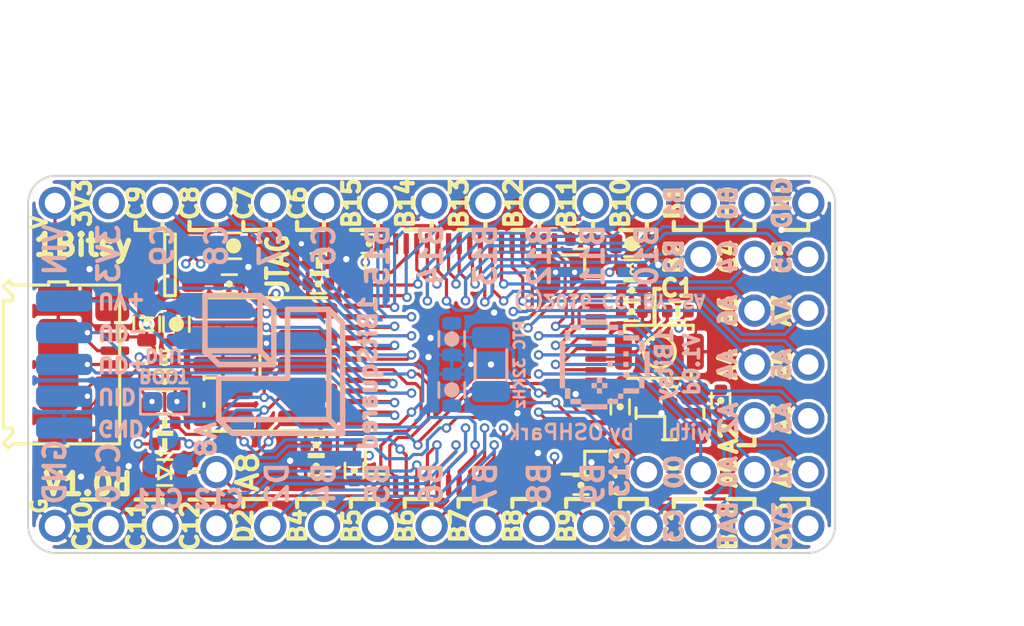
<source format=kicad_pcb>
(kicad_pcb (version 20160815) (host pcbnew "(2016-08-26 BZR 7097, Git 67230ac)-product")
  (title_block (title 1BitSy) (rev V1.0d) (company 1BitSquared) (comment 1 "(C) 2016 Piotr Esden-Tempski <piotr@esden.net>") (comment 2 "(C) 2016 1BitSquared LLC <info@1bitsquared.com>") (comment 3 "License: CC-BY-SA V4.0"))
  (layers (0 F.Cu signal) (1 In1.Cu signal) (2 In2.Cu signal) (31 B.Cu signal) (34 B.Paste user) (35 F.Paste user) (36 B.SilkS user) (37 F.SilkS user) (38 B.Mask user) (39 F.Mask user) (44 Edge.Cuts user))
  (net 0 "")
  (net 1 /VIN)
  (net 2 GND)
  (net 3 "Net-(C2-Pad1)")
  (net 4 "Net-(C3-Pad1)")
  (net 5 +3V3)
  (net 6 /OSC32_IN)
  (net 7 /OSC32_OUT)
  (net 8 /OSC_IN)
  (net 9 /OSC_OUT)
  (net 10 /USB_VBUS)
  (net 11 /BOOT0)
  (net 12 "Net-(C16-Pad1)")
  (net 13 "Net-(C17-Pad1)")
  (net 14 /JTAG_RST)
  (net 15 "Net-(LED1-PadA)")
  (net 16 /PA0)
  (net 17 /PA1)
  (net 18 /PA2)
  (net 19 /PA3)
  (net 20 /PA4)
  (net 21 /PA5)
  (net 22 /PA6)
  (net 23 /PA7)
  (net 24 /PA8)
  (net 25 /PC0)
  (net 26 /PC2)
  (net 27 /PC3)
  (net 28 /PC4)
  (net 29 /PC5)
  (net 30 /PC6)
  (net 31 /PC7)
  (net 32 /PC8)
  (net 33 /PC9)
  (net 34 /PC10)
  (net 35 /PC11)
  (net 36 /PC12)
  (net 37 /PC13)
  (net 38 /USB_D-)
  (net 39 /USB_D+)
  (net 40 /USB_ID)
  (net 41 /PB0)
  (net 42 /PB1)
  (net 43 /PB4)
  (net 44 /PB5)
  (net 45 /PB6)
  (net 46 /PB7)
  (net 47 /PB8)
  (net 48 /PB9)
  (net 49 /PB10)
  (net 50 /PB11)
  (net 51 /PB12)
  (net 52 /PB13)
  (net 53 /PB14)
  (net 54 /PB15)
  (net 55 /JTAG_TMS)
  (net 56 /JTAG_TCK)
  (net 57 /JTAG_TDI)
  (net 58 /JTAG_TDO)
  (net 59 "Net-(C15-Pad1)")
  (net 60 /PB2)
  (net 61 /BUTTON)
  (net 62 /VBAT)
  (net 63 /PD2)
  (module pkl_misc:via0305 (layer F.Cu) (at 115.35 40.75)
    (fp_text reference REF** hide)
    (fp_text value via0305 hide)
    (pad 1 thru_hole circle (at 0 0) (size 0.5 0.5) (drill 0.3) (layers *.Cu) (net 2 GND))
  )
  (module pkl_misc:via0305 (layer F.Cu) (at 130.08 41.02)
    (fp_text reference REF** hide)
    (fp_text value via0305 hide)
    (pad 1 thru_hole circle (at 0 0) (size 0.5 0.5) (drill 0.3) (layers *.Cu) (net 2 GND))
  )
  (module pkl_misc:via0305 (layer F.Cu) (at 112.6998 50.2666)
    (fp_text reference REF** hide)
    (fp_text value via0305 hide)
    (pad 1 thru_hole circle (at 0 0) (size 0.5 0.5) (drill 0.3) (layers *.Cu) (net 2 GND))
  )
  (module pkl_jumpers:J_0603 (layer B.Cu) (at 106.78 47.47)
    (fp_text reference J1 hide)
    (fp_text value BOOT hide)
    (pad 1 smd roundrect (at -0.575 0) (size 0.95 0.9) (layers B.Cu B.Paste B.Mask) (net 10 /USB_VBUS))
    (pad 2 smd roundrect (at 0.575 0) (size 0.95 0.9) (layers B.Cu B.Paste B.Mask) (net 59 "Net-(C15-Pad1)"))
  )
  (module pkl_misc:via0305 (layer F.Cu) (at 103.23 41.22)
    (fp_text reference REF** hide)
    (fp_text value via0305 hide)
    (pad 1 thru_hole circle (at 0 0) (size 0.5 0.5) (drill 0.3) (layers *.Cu) (net 2 GND))
  )
  (module pkl_misc:via0305 (layer F.Cu) (at 105.0798 50.5206)
    (fp_text reference REF** hide)
    (fp_text value via0305 hide)
    (pad 1 thru_hole circle (at 0 0) (size 0.5 0.5) (drill 0.3) (layers *.Cu) (net 2 GND))
  )
  (module pkl_dipol:C_0603 (layer F.Cu) (at 107.33 43.82 270)
    (fp_text reference C1)
    (fp_text value 4u7)
    (pad 1 smd roundrect (at -0.75 0 270) (size 0.6 0.9) (layers F.Cu F.Paste F.Mask) (net 1 /VIN))
    (pad 2 smd roundrect (at 0.75 0 270) (size 0.6 0.9) (layers F.Cu F.Paste F.Mask) (net 2 GND))
  )
  (module pkl_dipol:C_0402 (layer F.Cu) (at 128.83 42.22)
    (fp_text reference C2)
    (fp_text value 1u)
    (pad 1 smd roundrect (at -0.5 0) (size 0.5 0.6) (layers F.Cu F.Paste F.Mask) (net 3 "Net-(C2-Pad1)"))
    (pad 2 smd roundrect (at 0.5 0) (size 0.5 0.6) (layers F.Cu F.Paste F.Mask) (net 2 GND))
  )
  (module pkl_dipol:C_0402 (layer F.Cu) (at 109.83 41.92)
    (fp_text reference C3)
    (fp_text value 470p)
    (pad 1 smd roundrect (at -0.5 0) (size 0.5 0.6) (layers F.Cu F.Paste F.Mask) (net 4 "Net-(C3-Pad1)"))
    (pad 2 smd roundrect (at 0.5 0) (size 0.5 0.6) (layers F.Cu F.Paste F.Mask) (net 2 GND))
  )
  (module pkl_dipol:C_0402 (layer F.Cu) (at 128.829999 43.22)
    (fp_text reference C4)
    (fp_text value 100n)
    (pad 1 smd roundrect (at -0.5 0) (size 0.5 0.6) (layers F.Cu F.Paste F.Mask) (net 3 "Net-(C2-Pad1)"))
    (pad 2 smd roundrect (at 0.5 0) (size 0.5 0.6) (layers F.Cu F.Paste F.Mask) (net 2 GND))
  )
  (module pkl_dipol:C_0603 (layer F.Cu) (at 128.83 40.02)
    (fp_text reference C5)
    (fp_text value 4u7)
    (pad 1 smd roundrect (at -0.75 0) (size 0.6 0.9) (layers F.Cu F.Paste F.Mask) (net 5 +3V3))
    (pad 2 smd roundrect (at 0.75 0) (size 0.6 0.9) (layers F.Cu F.Paste F.Mask) (net 2 GND))
  )
  (module pkl_dipol:C_0402 (layer F.Cu) (at 128.28 47.72 270)
    (fp_text reference C8)
    (fp_text value 10p)
    (pad 1 smd roundrect (at -0.5 0 270) (size 0.5 0.6) (layers F.Cu F.Paste F.Mask) (net 2 GND))
    (pad 2 smd roundrect (at 0.5 0 270) (size 0.5 0.6) (layers F.Cu F.Paste F.Mask) (net 8 /OSC_IN))
  )
  (module pkl_dipol:C_0402 (layer F.Cu) (at 133.03 47.42 90)
    (fp_text reference C9)
    (fp_text value 10p)
    (pad 1 smd roundrect (at -0.5 0 90) (size 0.5 0.6) (layers F.Cu F.Paste F.Mask) (net 2 GND))
    (pad 2 smd roundrect (at 0.5 0 90) (size 0.5 0.6) (layers F.Cu F.Paste F.Mask) (net 9 /OSC_OUT))
  )
  (module pkl_dipol:C_0402 (layer F.Cu) (at 126.43 39.82)
    (fp_text reference C10)
    (fp_text value 100n)
    (pad 1 smd roundrect (at -0.5 0) (size 0.5 0.6) (layers F.Cu F.Paste F.Mask) (net 5 +3V3))
    (pad 2 smd roundrect (at 0.5 0) (size 0.5 0.6) (layers F.Cu F.Paste F.Mask) (net 2 GND))
  )
  (module pkl_dipol:C_0402 (layer F.Cu) (at 116.43 40.02 180)
    (fp_text reference C11)
    (fp_text value 100n)
    (pad 1 smd roundrect (at -0.5 0 180) (size 0.5 0.6) (layers F.Cu F.Paste F.Mask) (net 5 +3V3))
    (pad 2 smd roundrect (at 0.5 0 180) (size 0.5 0.6) (layers F.Cu F.Paste F.Mask) (net 2 GND))
  )
  (module pkl_dipol:C_0402 (layer F.Cu) (at 115.73 50.72 270)
    (fp_text reference C12)
    (fp_text value 100n)
    (pad 1 smd roundrect (at -0.5 0 270) (size 0.5 0.6) (layers F.Cu F.Paste F.Mask) (net 5 +3V3))
    (pad 2 smd roundrect (at 0.5 0 270) (size 0.5 0.6) (layers F.Cu F.Paste F.Mask) (net 2 GND))
  )
  (module pkl_dipol:C_0603 (layer F.Cu) (at 110.03 40.12)
    (fp_text reference C13)
    (fp_text value 4u7)
    (pad 1 smd roundrect (at -0.75 0) (size 0.6 0.9) (layers F.Cu F.Paste F.Mask) (net 5 +3V3))
    (pad 2 smd roundrect (at 0.75 0) (size 0.6 0.9) (layers F.Cu F.Paste F.Mask) (net 2 GND))
  )
  (module pkl_dipol:C_0402 (layer F.Cu) (at 126.43 51.42)
    (fp_text reference C14)
    (fp_text value 100n)
    (pad 1 smd roundrect (at -0.5 0) (size 0.5 0.6) (layers F.Cu F.Paste F.Mask) (net 5 +3V3))
    (pad 2 smd roundrect (at 0.5 0) (size 0.5 0.6) (layers F.Cu F.Paste F.Mask) (net 2 GND))
  )
  (module pkl_dipol:C_0402 (layer F.Cu) (at 106.78 46.52 180)
    (fp_text reference C15)
    (fp_text value 1u)
    (pad 1 smd roundrect (at -0.5 0 180) (size 0.5 0.6) (layers F.Cu F.Paste F.Mask) (net 59 "Net-(C15-Pad1)"))
    (pad 2 smd roundrect (at 0.5 0 180) (size 0.5 0.6) (layers F.Cu F.Paste F.Mask) (net 11 /BOOT0))
  )
  (module pkl_dipol:C_0402 (layer F.Cu) (at 113.93 50.52 180)
    (fp_text reference C16)
    (fp_text value 2u2)
    (pad 1 smd roundrect (at -0.5 0 180) (size 0.5 0.6) (layers F.Cu F.Paste F.Mask) (net 12 "Net-(C16-Pad1)"))
    (pad 2 smd roundrect (at 0.5 0 180) (size 0.5 0.6) (layers F.Cu F.Paste F.Mask) (net 2 GND))
  )
  (module pkl_dipol:C_0402 (layer F.Cu) (at 114.03 41.92 180)
    (fp_text reference C17)
    (fp_text value 2u2)
    (pad 1 smd roundrect (at -0.5 0 180) (size 0.5 0.6) (layers F.Cu F.Paste F.Mask) (net 13 "Net-(C17-Pad1)"))
    (pad 2 smd roundrect (at 0.5 0 180) (size 0.5 0.6) (layers F.Cu F.Paste F.Mask) (net 2 GND))
  )
  (module pkl_dipol:C_0402 (layer F.Cu) (at 113.93 49.52 180)
    (fp_text reference C18)
    (fp_text value 100n)
    (pad 1 smd roundrect (at -0.5 0 180) (size 0.5 0.6) (layers F.Cu F.Paste F.Mask) (net 14 /JTAG_RST))
    (pad 2 smd roundrect (at 0.5 0 180) (size 0.5 0.6) (layers F.Cu F.Paste F.Mask) (net 2 GND))
  )
  (module pkl_dipol:D_0603 (layer F.Cu) (at 105.93 43.82 270)
    (fp_text reference D1)
    (fp_text value >100mA)
    (pad A smd roundrect (at 0.75 0 90) (size 0.6 0.9) (layers F.Cu F.Paste F.Mask) (net 10 /USB_VBUS))
    (pad C smd roundrect (at -0.75 0 90) (size 0.6 0.9) (layers F.Cu F.Paste F.Mask) (net 1 /VIN))
  )
  (module pkl_dipol:L_0402 (layer F.Cu) (at 128.83 41.22)
    (fp_text reference L1)
    (fp_text value Ferr)
    (pad 1 smd roundrect (at -0.5 0) (size 0.5 0.6) (layers F.Cu F.Paste F.Mask) (net 5 +3V3))
    (pad 2 smd roundrect (at 0.5 0) (size 0.5 0.6) (layers F.Cu F.Paste F.Mask) (net 3 "Net-(C2-Pad1)"))
  )
  (module pkl_dipol:D_0603 (layer F.Cu) (at 106.78 50.82 180)
    (fp_text reference LED1)
    (fp_text value ORA)
    (pad A smd roundrect (at 0.75 0) (size 0.6 0.9) (layers F.Cu F.Paste F.Mask) (net 15 "Net-(LED1-PadA)"))
    (pad C smd roundrect (at -0.75 0) (size 0.6 0.9) (layers F.Cu F.Paste F.Mask) (net 24 /PA8))
  )
  (module pkl_pin_headers:Pin_Header_Straight_Round_1x01 (layer F.Cu) (at 134.62 50.8 180)
    (fp_text reference P1 hide)
    (fp_text value CONN_01X01 hide)
    (pad 1 thru_hole circle (at 0 0 180) (size 1.524 1.524) (drill 0.9652) (layers *.Cu *.Mask) (net 16 /PA0))
  )
  (module pkl_pin_headers:Pin_Header_Straight_Round_1x01 (layer F.Cu) (at 137.16 50.8 180)
    (fp_text reference P2 hide)
    (fp_text value CONN_01X01 hide)
    (pad 1 thru_hole circle (at 0 0 180) (size 1.524 1.524) (drill 0.9652) (layers *.Cu *.Mask) (net 17 /PA1))
  )
  (module pkl_pin_headers:Pin_Header_Straight_Round_1x01 (layer F.Cu) (at 134.62 48.26 180)
    (fp_text reference P3 hide)
    (fp_text value CONN_01X01 hide)
    (pad 1 thru_hole circle (at 0 0 180) (size 1.524 1.524) (drill 0.9652) (layers *.Cu *.Mask) (net 18 /PA2))
  )
  (module pkl_pin_headers:Pin_Header_Straight_Round_1x01 (layer F.Cu) (at 137.16 48.26 180)
    (fp_text reference P4 hide)
    (fp_text value CONN_01X01 hide)
    (pad 1 thru_hole circle (at 0 0 180) (size 1.524 1.524) (drill 0.9652) (layers *.Cu *.Mask) (net 19 /PA3))
  )
  (module pkl_pin_headers:Pin_Header_Straight_Round_1x01 (layer F.Cu) (at 134.62 45.72 180)
    (fp_text reference P5 hide)
    (fp_text value CONN_01X01 hide)
    (pad 1 thru_hole circle (at 0 0 180) (size 1.524 1.524) (drill 0.9652) (layers *.Cu *.Mask) (net 20 /PA4))
  )
  (module pkl_pin_headers:Pin_Header_Straight_Round_1x01 (layer F.Cu) (at 137.16 45.72)
    (fp_text reference P6 hide)
    (fp_text value CONN_01X01 hide)
    (pad 1 thru_hole circle (at 0 0) (size 1.524 1.524) (drill 0.9652) (layers *.Cu *.Mask) (net 21 /PA5))
  )
  (module pkl_pin_headers:Pin_Header_Straight_Round_1x01 (layer F.Cu) (at 134.62 43.18 180)
    (fp_text reference P7 hide)
    (fp_text value CONN_01X01 hide)
    (pad 1 thru_hole circle (at 0 0 180) (size 1.524 1.524) (drill 0.9652) (layers *.Cu *.Mask) (net 22 /PA6))
  )
  (module pkl_pin_headers:Pin_Header_Straight_Round_1x01 (layer F.Cu) (at 137.16 43.18 180)
    (fp_text reference P8 hide)
    (fp_text value CONN_01X01 hide)
    (pad 1 thru_hole circle (at 0 0 180) (size 1.524 1.524) (drill 0.9652) (layers *.Cu *.Mask) (net 23 /PA7))
  )
  (module pkl_pin_headers:Pin_Header_Straight_Round_1x01 (layer F.Cu) (at 109.22 50.8)
    (fp_text reference P9 hide)
    (fp_text value CONN_01X01 hide)
    (pad 1 thru_hole circle (at 0 0) (size 1.524 1.524) (drill 0.9652) (layers *.Cu *.Mask) (net 24 /PA8))
  )
  (module pkl_pin_headers:Pin_Header_Straight_Round_1x01 (layer F.Cu) (at 132.08 50.8)
    (fp_text reference P10 hide)
    (fp_text value CONN_01X01 hide)
    (pad 1 thru_hole circle (at 0 0) (size 1.524 1.524) (drill 0.9652) (layers *.Cu *.Mask) (net 25 /PC0))
  )
  (module pkl_pin_headers:Pin_Header_Straight_Round_1x01 (layer F.Cu) (at 111.76 53.34)
    (fp_text reference P11 hide)
    (fp_text value CONN_01X01 hide)
    (pad 1 thru_hole circle (at 0 0) (size 1.524 1.524) (drill 0.9652) (layers *.Cu *.Mask) (net 63 /PD2))
  )
  (module pkl_pin_headers:Pin_Header_Straight_Round_1x01 (layer F.Cu) (at 129.54 53.34)
    (fp_text reference P12 hide)
    (fp_text value CONN_01X01 hide)
    (pad 1 thru_hole circle (at 0 0) (size 1.524 1.524) (drill 0.9652) (layers *.Cu *.Mask) (net 26 /PC2))
  )
  (module pkl_pin_headers:Pin_Header_Straight_Round_1x01 (layer F.Cu) (at 132.08 53.34 180)
    (fp_text reference P13 hide)
    (fp_text value CONN_01X01 hide)
    (pad 1 thru_hole circle (at 0 0 180) (size 1.524 1.524) (drill 0.9652) (layers *.Cu *.Mask) (net 27 /PC3))
  )
  (module pkl_pin_headers:Pin_Header_Straight_Round_1x01 (layer F.Cu) (at 134.62 40.64)
    (fp_text reference P14 hide)
    (fp_text value CONN_01X01 hide)
    (pad 1 thru_hole circle (at 0 0) (size 1.524 1.524) (drill 0.9652) (layers *.Cu *.Mask) (net 28 /PC4))
  )
  (module pkl_pin_headers:Pin_Header_Straight_Round_1x01 (layer F.Cu) (at 137.16 40.64 180)
    (fp_text reference P15 hide)
    (fp_text value CONN_01X01 hide)
    (pad 1 thru_hole circle (at 0 0 180) (size 1.524 1.524) (drill 0.9652) (layers *.Cu *.Mask) (net 29 /PC5))
  )
  (module pkl_pin_headers:Pin_Header_Straight_Round_1x01 (layer F.Cu) (at 114.3 38.1)
    (fp_text reference P16 hide)
    (fp_text value CONN_01X01 hide)
    (pad 1 thru_hole circle (at 0 0) (size 1.524 1.524) (drill 0.9652) (layers *.Cu *.Mask) (net 30 /PC6))
  )
  (module pkl_pin_headers:Pin_Header_Straight_Round_1x01 (layer F.Cu) (at 111.76 38.1)
    (fp_text reference P17 hide)
    (fp_text value CONN_01X01 hide)
    (pad 1 thru_hole circle (at 0 0) (size 1.524 1.524) (drill 0.9652) (layers *.Cu *.Mask) (net 31 /PC7))
  )
  (module pkl_pin_headers:Pin_Header_Straight_Round_1x01 (layer F.Cu) (at 109.22 38.1)
    (fp_text reference P18 hide)
    (fp_text value CONN_01X01 hide)
    (pad 1 thru_hole circle (at 0 0) (size 1.524 1.524) (drill 0.9652) (layers *.Cu *.Mask) (net 32 /PC8))
  )
  (module pkl_pin_headers:Pin_Header_Straight_Round_1x01 (layer F.Cu) (at 106.68 38.1)
    (fp_text reference P19 hide)
    (fp_text value CONN_01X01 hide)
    (pad 1 thru_hole circle (at 0 0) (size 1.524 1.524) (drill 0.9652) (layers *.Cu *.Mask) (net 33 /PC9))
  )
  (module pkl_pin_headers:Pin_Header_Straight_Round_1x01 (layer F.Cu) (at 104.13 53.34)
    (fp_text reference P20 hide)
    (fp_text value CONN_01X01 hide)
    (pad 1 thru_hole circle (at 0 0) (size 1.524 1.524) (drill 0.9652) (layers *.Cu *.Mask) (net 34 /PC10))
  )
  (module pkl_pin_headers:Pin_Header_Straight_Round_1x01 (layer F.Cu) (at 106.68 53.34 180)
    (fp_text reference P21 hide)
    (fp_text value CONN_01X01 hide)
    (pad 1 thru_hole circle (at 0 0 180) (size 1.524 1.524) (drill 0.9652) (layers *.Cu *.Mask) (net 35 /PC11))
  )
  (module pkl_pin_headers:Pin_Header_Straight_Round_1x01 (layer F.Cu) (at 109.22 53.34)
    (fp_text reference P22 hide)
    (fp_text value CONN_01X01 hide)
    (pad 1 thru_hole circle (at 0 0) (size 1.524 1.524) (drill 0.9652) (layers *.Cu *.Mask) (net 36 /PC12))
  )
  (module pkl_pin_headers:Pin_Header_Straight_Round_1x01 (layer F.Cu) (at 129.54 50.8)
    (fp_text reference P23 hide)
    (fp_text value CONN_01X01 hide)
    (pad 1 thru_hole circle (at 0 0) (size 1.524 1.524) (drill 0.9652) (layers *.Cu *.Mask) (net 37 /PC13))
  )
  (module pkl_connectors:Connector_USB_Micro_B_SMD (layer F.Cu) (at 101.755 45.72 180)
    (fp_text reference P24)
    (fp_text value USB_OTG)
    (pad GND smd roundrect (at 0 1.2 270) (size 1.9 1.9) (layers F.Cu F.Paste F.Mask) (roundrect_rratio 0.132) (net 2 GND))
    (pad GND smd roundrect (at 0 -1.2 270) (size 1.9 1.9) (layers F.Cu F.Paste F.Mask) (roundrect_rratio 0.132) (net 2 GND))
    (pad GND smd roundrect (at 0 -3.8 270) (size 1.8 1.9) (layers F.Cu F.Paste F.Mask) (roundrect_rratio 0.138889) (net 2 GND))
    (pad GND smd roundrect (at 0 3.8 270) (size 1.8 1.9) (layers F.Cu F.Paste F.Mask) (roundrect_rratio 0.139) (net 2 GND))
    (pad GND smd roundrect (at -2.55 -3.1 270) (size 2.1 1.6) (layers F.Cu F.Paste F.Mask) (roundrect_rratio 0.156) (net 2 GND))
    (pad GND smd roundrect (at -2.55 3.1 270) (size 2.1 1.6) (layers F.Cu F.Paste F.Mask) (roundrect_rratio 0.156) (net 2 GND))
    (pad 1 smd roundrect (at -2.675 1.3 270) (size 0.4 1.35) (layers F.Cu F.Paste F.Mask) (net 10 /USB_VBUS))
    (pad 2 smd roundrect (at -2.675 0.65 270) (size 0.4 1.35) (layers F.Cu F.Paste F.Mask) (net 38 /USB_D-))
    (pad 3 smd roundrect (at -2.675 0 270) (size 0.4 1.35) (layers F.Cu F.Paste F.Mask) (net 39 /USB_D+))
    (pad 4 smd roundrect (at -2.675 -0.65 270) (size 0.4 1.35) (layers F.Cu F.Paste F.Mask) (net 40 /USB_ID))
    (pad 5 smd roundrect (at -2.675 -1.3 270) (size 0.4 1.35) (layers F.Cu F.Paste F.Mask) (net 2 GND))
  )
  (module pkl_pin_headers:Pin_Header_Straight_Round_1x01 (layer F.Cu) (at 134.62 38.1)
    (fp_text reference P25 hide)
    (fp_text value CONN_01X01 hide)
    (pad 1 thru_hole circle (at 0 0) (size 1.524 1.524) (drill 0.9652) (layers *.Cu *.Mask) (net 41 /PB0))
  )
  (module pkl_pin_headers:Pin_Header_Straight_Round_1x01 (layer F.Cu) (at 132.08 38.1)
    (fp_text reference P26 hide)
    (fp_text value CONN_01X01 hide)
    (pad 1 thru_hole circle (at 0 0) (size 1.524 1.524) (drill 0.9652) (layers *.Cu *.Mask) (net 42 /PB1))
  )
  (module pkl_pin_headers:Pin_Header_Straight_Round_1x01 (layer F.Cu) (at 132.08 40.64)
    (fp_text reference P27 hide)
    (fp_text value CONN_01X01 hide)
    (pad 1 thru_hole circle (at 0 0) (size 1.524 1.524) (drill 0.9652) (layers *.Cu *.Mask) (net 60 /PB2))
  )
  (module pkl_pin_headers:Pin_Header_Straight_Round_1x01 (layer F.Cu) (at 114.3 53.34)
    (fp_text reference P28 hide)
    (fp_text value CONN_01X01 hide)
    (pad 1 thru_hole circle (at 0 0) (size 1.524 1.524) (drill 0.9652) (layers *.Cu *.Mask) (net 43 /PB4))
  )
  (module pkl_pin_headers:Pin_Header_Straight_Round_1x01 (layer F.Cu) (at 116.84 53.34 180)
    (fp_text reference P29 hide)
    (fp_text value CONN_01X01 hide)
    (pad 1 thru_hole circle (at 0 0 180) (size 1.524 1.524) (drill 0.9652) (layers *.Cu *.Mask) (net 44 /PB5))
  )
  (module pkl_pin_headers:Pin_Header_Straight_Round_1x01 (layer F.Cu) (at 119.38 53.34 180)
    (fp_text reference P30 hide)
    (fp_text value CONN_01X01 hide)
    (pad 1 thru_hole circle (at 0 0 180) (size 1.524 1.524) (drill 0.9652) (layers *.Cu *.Mask) (net 45 /PB6))
  )
  (module pkl_pin_headers:Pin_Header_Straight_Round_1x01 (layer F.Cu) (at 121.92 53.34 180)
    (fp_text reference P31 hide)
    (fp_text value CONN_01X01 hide)
    (pad 1 thru_hole circle (at 0 0 180) (size 1.524 1.524) (drill 0.9652) (layers *.Cu *.Mask) (net 46 /PB7))
  )
  (module pkl_pin_headers:Pin_Header_Straight_Round_1x01 (layer F.Cu) (at 124.46 53.34 180)
    (fp_text reference P32 hide)
    (fp_text value CONN_01X01 hide)
    (pad 1 thru_hole circle (at 0 0 180) (size 1.524 1.524) (drill 0.9652) (layers *.Cu *.Mask) (net 47 /PB8))
  )
  (module pkl_pin_headers:Pin_Header_Straight_Round_1x01 (layer F.Cu) (at 127 53.34)
    (fp_text reference P33 hide)
    (fp_text value CONN_01X01 hide)
    (pad 1 thru_hole circle (at 0 0) (size 1.524 1.524) (drill 0.9652) (layers *.Cu *.Mask) (net 48 /PB9))
  )
  (module pkl_pin_headers:Pin_Header_Straight_Round_1x01 (layer F.Cu) (at 129.54 38.1 180)
    (fp_text reference P34 hide)
    (fp_text value CONN_01X01 hide)
    (pad 1 thru_hole circle (at 0 0 180) (size 1.524 1.524) (drill 0.9652) (layers *.Cu *.Mask) (net 49 /PB10))
  )
  (module pkl_pin_headers:Pin_Header_Straight_Round_1x01 (layer F.Cu) (at 127 38.1)
    (fp_text reference P35 hide)
    (fp_text value CONN_01X01 hide)
    (pad 1 thru_hole circle (at 0 0) (size 1.524 1.524) (drill 0.9652) (layers *.Cu *.Mask) (net 50 /PB11))
  )
  (module pkl_pin_headers:Pin_Header_Straight_Round_1x01 (layer F.Cu) (at 124.46 38.1)
    (fp_text reference P36 hide)
    (fp_text value CONN_01X01 hide)
    (pad 1 thru_hole circle (at 0 0) (size 1.524 1.524) (drill 0.9652) (layers *.Cu *.Mask) (net 51 /PB12))
  )
  (module pkl_pin_headers:Pin_Header_Straight_Round_1x01 (layer F.Cu) (at 121.92 38.1)
    (fp_text reference P37 hide)
    (fp_text value CONN_01X01 hide)
    (pad 1 thru_hole circle (at 0 0) (size 1.524 1.524) (drill 0.9652) (layers *.Cu *.Mask) (net 52 /PB13))
  )
  (module pkl_pin_headers:Pin_Header_Straight_Round_1x01 (layer F.Cu) (at 119.38 38.1)
    (fp_text reference P38 hide)
    (fp_text value CONN_01X01 hide)
    (pad 1 thru_hole circle (at 0 0) (size 1.524 1.524) (drill 0.9652) (layers *.Cu *.Mask) (net 53 /PB14))
  )
  (module pkl_pin_headers:Pin_Header_Straight_Round_1x01 (layer F.Cu) (at 116.84 38.1 180)
    (fp_text reference P39 hide)
    (fp_text value CONN_01X01 hide)
    (pad 1 thru_hole circle (at 0 0 180) (size 1.524 1.524) (drill 0.9652) (layers *.Cu *.Mask) (net 54 /PB15))
  )
  (module pkl_dipol:R_0402 (layer F.Cu) (at 106.78 45.52)
    (fp_text reference R1)
    (fp_text value 10k)
    (pad 1 smd roundrect (at -0.5 0) (size 0.5 0.6) (layers F.Cu F.Paste F.Mask) (net 10 /USB_VBUS))
    (pad 2 smd roundrect (at 0.5 0) (size 0.5 0.6) (layers F.Cu F.Paste F.Mask) (net 2 GND))
  )
  (module pkl_dipol:R_0402 (layer F.Cu) (at 114.03 40.92 180)
    (fp_text reference R2)
    (fp_text value 10k)
    (pad 1 smd roundrect (at -0.5 0 180) (size 0.5 0.6) (layers F.Cu F.Paste F.Mask) (net 60 /PB2))
    (pad 2 smd roundrect (at 0.5 0 180) (size 0.5 0.6) (layers F.Cu F.Paste F.Mask) (net 2 GND))
  )
  (module pkl_dipol:R_0402 (layer F.Cu) (at 106.78 48.47 180)
    (fp_text reference R3)
    (fp_text value 10k)
    (pad 1 smd roundrect (at -0.5 0 180) (size 0.5 0.6) (layers F.Cu F.Paste F.Mask) (net 11 /BOOT0))
    (pad 2 smd roundrect (at 0.5 0 180) (size 0.5 0.6) (layers F.Cu F.Paste F.Mask) (net 2 GND))
  )
  (module pkl_dipol:R_0402 (layer F.Cu) (at 106.78 49.47)
    (fp_text reference R4)
    (fp_text value 300)
    (pad 1 smd roundrect (at -0.5 0) (size 0.5 0.6) (layers F.Cu F.Paste F.Mask) (net 5 +3V3))
    (pad 2 smd roundrect (at 0.5 0) (size 0.5 0.6) (layers F.Cu F.Paste F.Mask) (net 15 "Net-(LED1-PadA)"))
  )
  (module pkl_dipol:R_0402 (layer F.Cu) (at 131 43.2 180)
    (fp_text reference R5)
    (fp_text value 10k)
    (pad 1 smd roundrect (at -0.5 0 180) (size 0.5 0.6) (layers F.Cu F.Paste F.Mask) (net 5 +3V3))
    (pad 2 smd roundrect (at 0.5 0 180) (size 0.5 0.6) (layers F.Cu F.Paste F.Mask) (net 61 /BUTTON))
  )
  (module pkl_housings_sot:SOT-23-5 (layer F.Cu) (at 107.03 41.02 180)
    (fp_text reference U1)
    (fp_text value VREG_3V3)
    (pad 1 smd roundrect (at 1.1 0.95) (size 1.06 0.65) (layers F.Cu F.Paste F.Mask) (net 1 /VIN))
    (pad 2 smd roundrect (at 1.1 0) (size 1.06 0.65) (layers F.Cu F.Paste F.Mask) (net 2 GND))
    (pad 3 smd roundrect (at 1.1 -0.95) (size 1.06 0.65) (layers F.Cu F.Paste F.Mask) (net 1 /VIN))
    (pad 4 smd roundrect (at -1.1 -0.95) (size 1.06 0.65) (layers F.Cu F.Paste F.Mask) (net 4 "Net-(C3-Pad1)"))
    (pad 5 smd roundrect (at -1.1 0.95) (size 1.06 0.65) (layers F.Cu F.Paste F.Mask) (net 5 +3V3))
  )
  (module pkl_housings_qfp:LQFP-64_10x10mm_Pitch0.5mm (layer F.Cu) (at 121.43 45.72 180)
    (fp_text reference U2)
    (fp_text value STM32F415RGT)
    (pad 1 smd roundrect (at -5.7 -3.75 180) (size 1 0.25) (layers F.Cu F.Paste F.Mask) (net 62 /VBAT))
    (pad 2 smd roundrect (at -5.7 -3.25 180) (size 1 0.25) (layers F.Cu F.Paste F.Mask) (net 37 /PC13))
    (pad 3 smd roundrect (at -5.7 -2.75 180) (size 1 0.25) (layers F.Cu F.Paste F.Mask) (net 6 /OSC32_IN))
    (pad 4 smd roundrect (at -5.7 -2.25 180) (size 1 0.25) (layers F.Cu F.Paste F.Mask) (net 7 /OSC32_OUT))
    (pad 5 smd roundrect (at -5.7 -1.75 180) (size 1 0.25) (layers F.Cu F.Paste F.Mask) (net 8 /OSC_IN))
    (pad 6 smd roundrect (at -5.7 -1.25 180) (size 1 0.25) (layers F.Cu F.Paste F.Mask) (net 9 /OSC_OUT))
    (pad 7 smd roundrect (at -5.7 -0.75 180) (size 1 0.25) (layers F.Cu F.Paste F.Mask) (net 14 /JTAG_RST))
    (pad 8 smd roundrect (at -5.7 -0.25 180) (size 1 0.25) (layers F.Cu F.Paste F.Mask) (net 25 /PC0))
    (pad 9 smd roundrect (at -5.7 0.25 180) (size 1 0.25) (layers F.Cu F.Paste F.Mask) (net 61 /BUTTON))
    (pad 10 smd roundrect (at -5.7 0.75 180) (size 1 0.25) (layers F.Cu F.Paste F.Mask) (net 26 /PC2))
    (pad 11 smd roundrect (at -5.7 1.25 180) (size 1 0.25) (layers F.Cu F.Paste F.Mask) (net 27 /PC3))
    (pad 12 smd roundrect (at -5.7 1.75 180) (size 1 0.25) (layers F.Cu F.Paste F.Mask) (net 2 GND))
    (pad 13 smd roundrect (at -5.7 2.25 180) (size 1 0.25) (layers F.Cu F.Paste F.Mask) (net 3 "Net-(C2-Pad1)"))
    (pad 14 smd roundrect (at -5.7 2.75 180) (size 1 0.25) (layers F.Cu F.Paste F.Mask) (net 16 /PA0))
    (pad 15 smd roundrect (at -5.7 3.25 180) (size 1 0.25) (layers F.Cu F.Paste F.Mask) (net 17 /PA1))
    (pad 16 smd roundrect (at -5.7 3.75 180) (size 1 0.25) (layers F.Cu F.Paste F.Mask) (net 18 /PA2))
    (pad 17 smd roundrect (at -3.75 5.7 270) (size 1 0.25) (layers F.Cu F.Paste F.Mask) (net 19 /PA3))
    (pad 18 smd roundrect (at -3.25 5.7 270) (size 1 0.25) (layers F.Cu F.Paste F.Mask) (net 2 GND))
    (pad 19 smd roundrect (at -2.75 5.7 270) (size 1 0.25) (layers F.Cu F.Paste F.Mask) (net 5 +3V3))
    (pad 20 smd roundrect (at -2.25 5.7 270) (size 1 0.25) (layers F.Cu F.Paste F.Mask) (net 20 /PA4))
    (pad 21 smd roundrect (at -1.75 5.7 270) (size 1 0.25) (layers F.Cu F.Paste F.Mask) (net 21 /PA5))
    (pad 22 smd roundrect (at -1.25 5.7 270) (size 1 0.25) (layers F.Cu F.Paste F.Mask) (net 22 /PA6))
    (pad 23 smd roundrect (at -0.75 5.7 270) (size 1 0.25) (layers F.Cu F.Paste F.Mask) (net 23 /PA7))
    (pad 24 smd roundrect (at -0.25 5.7 270) (size 1 0.25) (layers F.Cu F.Paste F.Mask) (net 28 /PC4))
    (pad 25 smd roundrect (at 0.25 5.7 270) (size 1 0.25) (layers F.Cu F.Paste F.Mask) (net 29 /PC5))
    (pad 26 smd roundrect (at 0.75 5.7 270) (size 1 0.25) (layers F.Cu F.Paste F.Mask) (net 41 /PB0))
    (pad 27 smd roundrect (at 1.25 5.7 270) (size 1 0.25) (layers F.Cu F.Paste F.Mask) (net 42 /PB1))
    (pad 28 smd roundrect (at 1.75 5.7 270) (size 1 0.25) (layers F.Cu F.Paste F.Mask) (net 60 /PB2))
    (pad 29 smd roundrect (at 2.25 5.7 270) (size 1 0.25) (layers F.Cu F.Paste F.Mask) (net 49 /PB10))
    (pad 30 smd roundrect (at 2.75 5.7 270) (size 1 0.25) (layers F.Cu F.Paste F.Mask) (net 50 /PB11))
    (pad 31 smd roundrect (at 3.25 5.7 270) (size 1 0.25) (layers F.Cu F.Paste F.Mask) (net 13 "Net-(C17-Pad1)"))
    (pad 32 smd roundrect (at 3.75 5.7 270) (size 1 0.25) (layers F.Cu F.Paste F.Mask) (net 5 +3V3))
    (pad 33 smd roundrect (at 5.7 3.75 180) (size 1 0.25) (layers F.Cu F.Paste F.Mask) (net 51 /PB12))
    (pad 34 smd roundrect (at 5.7 3.25 180) (size 1 0.25) (layers F.Cu F.Paste F.Mask) (net 52 /PB13))
    (pad 35 smd roundrect (at 5.7 2.75 180) (size 1 0.25) (layers F.Cu F.Paste F.Mask) (net 53 /PB14))
    (pad 36 smd roundrect (at 5.7 2.25 180) (size 1 0.25) (layers F.Cu F.Paste F.Mask) (net 54 /PB15))
    (pad 37 smd roundrect (at 5.7 1.75 180) (size 1 0.25) (layers F.Cu F.Paste F.Mask) (net 30 /PC6))
    (pad 38 smd roundrect (at 5.7 1.25 180) (size 1 0.25) (layers F.Cu F.Paste F.Mask) (net 31 /PC7))
    (pad 39 smd roundrect (at 5.7 0.75 180) (size 1 0.25) (layers F.Cu F.Paste F.Mask) (net 32 /PC8))
    (pad 40 smd roundrect (at 5.7 0.25 180) (size 1 0.25) (layers F.Cu F.Paste F.Mask) (net 33 /PC9))
    (pad 41 smd roundrect (at 5.7 -0.25 180) (size 1 0.25) (layers F.Cu F.Paste F.Mask) (net 24 /PA8))
    (pad 42 smd roundrect (at 5.7 -0.75 180) (size 1 0.25) (layers F.Cu F.Paste F.Mask) (net 10 /USB_VBUS))
    (pad 43 smd roundrect (at 5.7 -1.25 180) (size 1 0.25) (layers F.Cu F.Paste F.Mask) (net 40 /USB_ID))
    (pad 44 smd roundrect (at 5.7 -1.75 180) (size 1 0.25) (layers F.Cu F.Paste F.Mask) (net 38 /USB_D-))
    (pad 45 smd roundrect (at 5.7 -2.25 180) (size 1 0.25) (layers F.Cu F.Paste F.Mask) (net 39 /USB_D+))
    (pad 46 smd roundrect (at 5.7 -2.75 180) (size 1 0.25) (layers F.Cu F.Paste F.Mask) (net 55 /JTAG_TMS))
    (pad 47 smd roundrect (at 5.7 -3.25 180) (size 1 0.25) (layers F.Cu F.Paste F.Mask) (net 12 "Net-(C16-Pad1)"))
    (pad 48 smd roundrect (at 5.7 -3.75 180) (size 1 0.25) (layers F.Cu F.Paste F.Mask) (net 5 +3V3))
    (pad 49 smd roundrect (at 3.75 -5.7 270) (size 1 0.25) (layers F.Cu F.Paste F.Mask) (net 56 /JTAG_TCK))
    (pad 50 smd roundrect (at 3.25 -5.7 270) (size 1 0.25) (layers F.Cu F.Paste F.Mask) (net 57 /JTAG_TDI))
    (pad 51 smd roundrect (at 2.75 -5.7 270) (size 1 0.25) (layers F.Cu F.Paste F.Mask) (net 34 /PC10))
    (pad 52 smd roundrect (at 2.25 -5.7 270) (size 1 0.25) (layers F.Cu F.Paste F.Mask) (net 35 /PC11))
    (pad 53 smd roundrect (at 1.75 -5.7 270) (size 1 0.25) (layers F.Cu F.Paste F.Mask) (net 36 /PC12))
    (pad 54 smd roundrect (at 1.25 -5.7 270) (size 1 0.25) (layers F.Cu F.Paste F.Mask) (net 63 /PD2))
    (pad 55 smd roundrect (at 0.75 -5.7 270) (size 1 0.25) (layers F.Cu F.Paste F.Mask) (net 58 /JTAG_TDO))
    (pad 56 smd roundrect (at 0.25 -5.7 270) (size 1 0.25) (layers F.Cu F.Paste F.Mask) (net 43 /PB4))
    (pad 57 smd roundrect (at -0.25 -5.7 270) (size 1 0.25) (layers F.Cu F.Paste F.Mask) (net 44 /PB5))
    (pad 58 smd roundrect (at -0.75 -5.7 270) (size 1 0.25) (layers F.Cu F.Paste F.Mask) (net 45 /PB6))
    (pad 59 smd roundrect (at -1.25 -5.7 270) (size 1 0.25) (layers F.Cu F.Paste F.Mask) (net 46 /PB7))
    (pad 60 smd roundrect (at -1.75 -5.7 270) (size 1 0.25) (layers F.Cu F.Paste F.Mask) (net 11 /BOOT0))
    (pad 61 smd roundrect (at -2.25 -5.7 270) (size 1 0.25) (layers F.Cu F.Paste F.Mask) (net 47 /PB8))
    (pad 62 smd roundrect (at -2.75 -5.7 270) (size 1 0.25) (layers F.Cu F.Paste F.Mask) (net 48 /PB9))
    (pad 63 smd roundrect (at -3.25 -5.7 270) (size 1 0.25) (layers F.Cu F.Paste F.Mask) (net 2 GND))
    (pad 64 smd roundrect (at -3.75 -5.7 270) (size 1 0.25) (layers F.Cu F.Paste F.Mask) (net 5 +3V3))
  )
  (module pkl_misc:ABM8 (layer F.Cu) (at 130.63 48.02)
    (fp_text reference X2)
    (fp_text value 25MHz)
    (pad 1 smd roundrect (at -1.15 0.925) (size 1.3 1.05) (layers F.Cu F.Paste F.Mask) (roundrect_rratio 0.239) (net 8 /OSC_IN))
    (pad 2 smd roundrect (at 1.15 -0.925) (size 1.3 1.05) (layers F.Cu F.Paste F.Mask) (roundrect_rratio 0.239) (net 9 /OSC_OUT))
    (pad GND smd roundrect (at -1.15 -0.925) (size 1.3 1.05) (layers F.Cu F.Paste F.Mask) (roundrect_rratio 0.239) (net 2 GND))
    (pad GND smd roundrect (at 1.15 0.925) (size 1.3 1.05) (layers F.Cu F.Paste F.Mask) (roundrect_rratio 0.239) (net 2 GND))
  )
  (module pkl_samtec:FTSH-105-XX-X-DV (layer F.Cu) (at 111.53 45.72 90)
    (fp_text reference X3)
    (fp_text value JTAG-10)
    (pad 1 smd roundrect (at 2.54 -2 270) (size 0.74 2.8) (layers F.Cu F.Paste F.Mask) (net 5 +3V3))
    (pad 2 smd roundrect (at 2.54 2 270) (size 0.74 2.8) (layers F.Cu F.Paste F.Mask) (net 55 /JTAG_TMS))
    (pad 3 smd roundrect (at 1.27 -2 270) (size 0.74 2.8) (layers F.Cu F.Paste F.Mask) (net 2 GND))
    (pad 4 smd roundrect (at 1.27 2 270) (size 0.74 2.8) (layers F.Cu F.Paste F.Mask) (net 56 /JTAG_TCK))
    (pad 5 smd roundrect (at 0 -2 270) (size 0.74 2.8) (layers F.Cu F.Paste F.Mask) (net 2 GND))
    (pad 6 smd roundrect (at 0 2 270) (size 0.74 2.8) (layers F.Cu F.Paste F.Mask) (net 58 /JTAG_TDO))
    (pad 7 smd roundrect (at -1.27 -2 270) (size 0.74 2.8) (layers F.Cu F.Paste F.Mask) (net 2 GND))
    (pad 8 smd roundrect (at -1.27 2 270) (size 0.74 2.8) (layers F.Cu F.Paste F.Mask) (net 57 /JTAG_TDI))
    (pad 9 smd roundrect (at -2.54 -2 270) (size 0.74 2.8) (layers F.Cu F.Paste F.Mask) (net 2 GND))
    (pad 10 smd roundrect (at -2.54 2 270) (size 0.74 2.8) (layers F.Cu F.Paste F.Mask) (net 14 /JTAG_RST))
  )
  (module pkl_pin_headers:Pin_Header_Straight_Round_1x01 (layer F.Cu) (at 101.6 38.1)
    (fp_text reference P40 hide)
    (fp_text value CONN_01X01 hide)
    (pad 1 thru_hole circle (at 0 0) (size 1.524 1.524) (drill 0.9652) (layers *.Cu *.Mask) (net 1 /VIN))
  )
  (module pkl_pin_headers:Pin_Header_Straight_Round_1x01 (layer F.Cu) (at 101.6 53.34)
    (fp_text reference P41 hide)
    (fp_text value CONN_01X01 hide)
    (pad 1 thru_hole circle (at 0 0) (size 1.524 1.524) (drill 0.9652) (layers *.Cu *.Mask) (net 2 GND))
  )
  (module pkl_buttons_switches:Tact_Switch_Top_B3U-1000P (layer F.Cu) (at 130.13 45.12 270)
    (fp_text reference SW1)
    (fp_text value TACT_G)
    (pad 1 smd roundrect (at 0 -1.7 180) (size 0.8 1.7) (layers F.Cu F.Paste F.Mask) (net 2 GND))
    (pad 2 smd roundrect (at 0 1.7 180) (size 0.8 1.7) (layers F.Cu F.Paste F.Mask) (net 61 /BUTTON))
  )
  (module pkl_dipol:C_0603 (layer B.Cu) (at 120.33 46.92 270)
    (fp_text reference C6)
    (fp_text value 10p)
    (pad 1 smd roundrect (at -0.75 0 270) (size 0.6 0.9) (layers B.Cu B.Paste B.Mask) (net 2 GND))
    (pad 2 smd roundrect (at 0.75 0 270) (size 0.6 0.9) (layers B.Cu B.Paste B.Mask) (net 6 /OSC32_IN))
  )
  (module pkl_dipol:C_0603 (layer B.Cu) (at 120.33 44.52 90)
    (fp_text reference C7)
    (fp_text value 10p)
    (pad 1 smd roundrect (at -0.75 0 90) (size 0.6 0.9) (layers B.Cu B.Paste B.Mask) (net 2 GND))
    (pad 2 smd roundrect (at 0.75 0 90) (size 0.6 0.9) (layers B.Cu B.Paste B.Mask) (net 7 /OSC32_OUT))
  )
  (module pkl_pin_headers:Pin_Header_Straight_Round_1x01 (layer F.Cu) (at 104.14 38.1)
    (fp_text reference P42 hide)
    (fp_text value CONN_01X01 hide)
    (pad 1 thru_hole circle (at 0 0) (size 1.524 1.524) (drill 0.9652) (layers *.Cu *.Mask) (net 5 +3V3))
  )
  (module pkl_pin_headers:Pin_Header_Straight_Round_1x01 (layer F.Cu) (at 134.62 53.34)
    (fp_text reference P53 hide)
    (fp_text value CONN_01X01 hide)
    (pad 1 thru_hole circle (at 0 0) (size 1.524 1.524) (drill 0.9652) (layers *.Cu *.Mask) (net 62 /VBAT))
  )
  (module pkl_misc:ABS07 (layer B.Cu) (at 122.18 45.72 270)
    (fp_text reference X1)
    (fp_text value 32.768kHz)
    (pad 1 smd roundrect (at -1.275 0 270) (size 1 1.8) (layers B.Cu B.Paste B.Mask) (net 7 /OSC32_OUT))
    (pad 2 smd roundrect (at 1.275 0 270) (size 1 1.8) (layers B.Cu B.Paste B.Mask) (net 6 /OSC32_IN))
  )
  (module pkl_pads:POGO_PAD_SMD_R_1x1 (layer B.Cu) (at 106.93 42.12)
    (fp_text reference P43 hide)
    (fp_text value TP hide)
    (pad 1 smd oval (at 0 0) (size 1 1) (layers B.Cu B.Mask) (net 55 /JTAG_TMS))
  )
  (module pkl_pads:POGO_PAD_SMD_R_1x1 (layer B.Cu) (at 106.93 43.72)
    (fp_text reference P44 hide)
    (fp_text value TP hide)
    (pad 1 smd oval (at 0 0) (size 1 1) (layers B.Cu B.Mask) (net 56 /JTAG_TCK))
  )
  (module pkl_pads:POGO_PAD_SMD_R_1x1 (layer B.Cu) (at 106.23 50.42)
    (fp_text reference P45 hide)
    (fp_text value TP hide)
    (pad 1 smd oval (at 0 0) (size 1 1) (layers B.Cu B.Mask) (net 58 /JTAG_TDO))
  )
  (module pkl_pads:POGO_PAD_SMD_R_1x1 (layer B.Cu) (at 107.63 50.42)
    (fp_text reference P46 hide)
    (fp_text value TP hide)
    (pad 1 smd oval (at 0 0) (size 1 1) (layers B.Cu B.Mask) (net 57 /JTAG_TDI))
  )
  (module pkl_pads:POGO_PAD_SMD_R_1x1 (layer B.Cu) (at 106.93 49.22)
    (fp_text reference P47 hide)
    (fp_text value TP hide)
    (pad 1 smd oval (at 0 0) (size 1 1) (layers B.Cu B.Mask) (net 14 /JTAG_RST))
  )
  (module pkl_pads:PAD_SMD_1x2.65 (layer B.Cu) (at 102.03 42.72)
    (fp_text reference P48 hide)
    (fp_text value CONN_01X01 hide)
    (pad 1 smd roundrect (at 0 0) (size 2.65 1) (layers B.Cu B.Mask) (net 10 /USB_VBUS))
  )
  (module pkl_pads:PAD_SMD_1x2.65 (layer B.Cu) (at 102.03 44.22)
    (fp_text reference P49 hide)
    (fp_text value CONN_01X01 hide)
    (pad 1 smd roundrect (at 0 0) (size 2.65 1) (layers B.Cu B.Mask) (net 38 /USB_D-))
  )
  (module pkl_pads:PAD_SMD_1x2.65 (layer B.Cu) (at 102.03 45.72)
    (fp_text reference P50 hide)
    (fp_text value CONN_01X01 hide)
    (pad 1 smd roundrect (at 0 0) (size 2.65 1) (layers B.Cu B.Mask) (net 39 /USB_D+))
  )
  (module pkl_pads:PAD_SMD_1x2.65 (layer B.Cu) (at 102.03 47.22)
    (fp_text reference P51 hide)
    (fp_text value CONN_01X01 hide)
    (pad 1 smd roundrect (at 0 0) (size 2.65 1) (layers B.Cu B.Mask) (net 40 /USB_ID))
  )
  (module pkl_pads:PAD_SMD_1x2.65 (layer B.Cu) (at 102.03 48.72)
    (fp_text reference P52 hide)
    (fp_text value CONN_01X01 hide)
    (pad 1 smd roundrect (at 0 0) (size 2.65 1) (layers B.Cu B.Mask) (net 2 GND))
  )
  (module pkl_pin_headers:Pin_Header_Straight_Round_1x01 (layer F.Cu) (at 137.16 53.34)
    (fp_text reference P54 hide)
    (fp_text value CONN_01X01 hide)
    (pad 1 thru_hole circle (at 0 0) (size 1.524 1.524) (drill 0.9652) (layers *.Cu *.Mask) (net 5 +3V3))
  )
  (module pkl_pin_headers:Pin_Header_Straight_Round_1x01 (layer F.Cu) (at 137.16 38.1)
    (fp_text reference P55 hide)
    (fp_text value CONN_01X01 hide)
    (pad 1 thru_hole circle (at 0 0) (size 1.524 1.524) (drill 0.9652) (layers *.Cu *.Mask) (net 2 GND))
  )
  (module pkl_misc:via0305 (layer F.Cu) (at 119.33 44.47)
    (fp_text reference REF** hide)
    (fp_text value via0305 hide)
    (pad 1 thru_hole circle (at 0 0) (size 0.5 0.5) (drill 0.3) (layers *.Cu) (net 2 GND))
  )
  (module pkl_misc:via0305 (layer F.Cu) (at 122.18 45.72)
    (fp_text reference REF** hide)
    (fp_text value via0305 hide)
    (pad 1 thru_hole circle (at 0 0) (size 0.5 0.5) (drill 0.3) (layers *.Cu) (net 2 GND))
  )
  (module pkl_misc:via0305 (layer F.Cu) (at 122.33 43.27)
    (fp_text reference REF** hide)
    (fp_text value via0305 hide)
    (pad 1 thru_hole circle (at 0 0) (size 0.5 0.5) (drill 0.3) (layers *.Cu) (net 2 GND))
  )
  (module pkl_misc:via0305 (layer F.Cu) (at 102.83 51.02)
    (fp_text reference REF** hide)
    (fp_text value via0305 hide)
    (pad 1 thru_hole circle (at 0 0) (size 0.5 0.5) (drill 0.3) (layers *.Cu) (net 2 GND))
  )
  (module pkl_misc:via0305 (layer F.Cu) (at 110.73 41.12)
    (fp_text reference REF** hide)
    (fp_text value via0305 hide)
    (pad 1 thru_hole circle (at 0 0) (size 0.5 0.5) (drill 0.3) (layers *.Cu) (net 2 GND))
  )
  (module pkl_misc:via0305 (layer F.Cu) (at 126.9238 50.3428)
    (fp_text reference REF** hide)
    (fp_text value via0305 hide)
    (pad 1 thru_hole circle (at 0 0) (size 0.5 0.5) (drill 0.3) (layers *.Cu) (net 2 GND))
  )
  (module pkl_misc:via0305 (layer F.Cu) (at 119.23 45.37)
    (fp_text reference REF** hide)
    (fp_text value via0305 hide)
    (pad 1 thru_hole circle (at 0 0) (size 0.5 0.5) (drill 0.3) (layers *.Cu) (net 2 GND))
  )
  (module pkl_misc:via0305 (layer F.Cu) (at 135.89 39.37)
    (fp_text reference REF** hide)
    (fp_text value via0305 hide)
    (pad 1 thru_hole circle (at 0 0) (size 0.5 0.5) (drill 0.3) (layers *.Cu) (net 2 GND))
  )
  (module pkl_misc:via0305 (layer F.Cu) (at 124.4 49.9)
    (fp_text reference REF** hide)
    (fp_text value via0305 hide)
    (pad 1 thru_hole circle (at 0 0) (size 0.5 0.5) (drill 0.3) (layers *.Cu) (net 2 GND))
  )
  (module pkl_misc:via0305 (layer F.Cu) (at 123.43 48.02)
    (fp_text reference REF** hide)
    (fp_text value via0305 hide)
    (pad 1 thru_hole circle (at 0 0) (size 0.5 0.5) (drill 0.3) (layers *.Cu) (net 2 GND))
  )
  (module pkl_misc:via0305 (layer F.Cu) (at 126.18 47.12)
    (fp_text reference REF** hide)
    (fp_text value via0305 hide)
    (pad 1 thru_hole circle (at 0 0) (size 0.5 0.5) (drill 0.3) (layers *.Cu) (net 2 GND))
  )
  (module pkl_misc:via0305 (layer F.Cu) (at 130.23 48.02)
    (fp_text reference REF** hide)
    (fp_text value via0305 hide)
    (pad 1 thru_hole circle (at 0 0) (size 0.5 0.5) (drill 0.3) (layers *.Cu) (net 2 GND))
  )
  (module pkl_logos:1bitsy_silk_025grid (layer B.Cu) (at 127.0508 45.72 270)
    (fp_text reference REF** hide)
    (fp_text value 1bitsy_copper_025grid hide)
  )
  (module pkl_logos:heart_mask_015grid (layer B.Cu) (at 129.6718 48.8696 180)
    (fp_text reference REF** hide)
    (fp_text value heart_mask_010grid hide)
  )
  (module pkl_logos:1b2_Logo_SilkS_6.5mm (layer B.Cu) (at 111.93 45.72 270)
    (fp_text reference REF** hide)
    (fp_text value 1b2_Logo_SilkS_6.5mm hide)
  )
  (gr_text "with   by" (at 127.68 48.9184) (layer B.SilkS) (effects (font (size 0.7 0.7) (thickness 0.14)) (justify right mirror)))
  (gr_line (start 137.16 39.37) (end 137.16 39.0144) (layer F.SilkS) (width 0.2))
  (gr_line (start 135.89 39.37) (end 137.16 39.37) (layer F.SilkS) (width 0.2))
  (gr_line (start 134.62 39.37) (end 134.62 39.0144) (layer F.SilkS) (width 0.2))
  (gr_line (start 133.35 39.37) (end 134.62 39.37) (layer F.SilkS) (width 0.2))
  (gr_line (start 133.35 38.989) (end 133.35 39.37) (layer F.SilkS) (width 0.2))
  (gr_line (start 132.08 39.37) (end 132.08 39.0144) (layer F.SilkS) (width 0.2))
  (gr_line (start 130.81 39.37) (end 132.08 39.37) (layer F.SilkS) (width 0.2))
  (gr_line (start 130.81 38.989) (end 130.81 39.37) (layer F.SilkS) (width 0.2))
  (gr_line (start 129.54 39.37) (end 129.54 39.0144) (layer F.SilkS) (width 0.2))
  (gr_line (start 128.27 39.37) (end 129.54 39.37) (layer F.SilkS) (width 0.2))
  (gr_line (start 127 39.37) (end 127 39.0144) (layer F.SilkS) (width 0.2))
  (gr_line (start 125.73 39.37) (end 127 39.37) (layer F.SilkS) (width 0.2))
  (gr_line (start 124.46 39.37) (end 124.46 39.0144) (layer F.SilkS) (width 0.2))
  (gr_line (start 123.19 39.37) (end 124.46 39.37) (layer F.SilkS) (width 0.2))
  (gr_line (start 121.92 39.37) (end 121.92 39.0144) (layer F.SilkS) (width 0.2))
  (gr_line (start 120.65 39.37) (end 121.92 39.37) (layer F.SilkS) (width 0.2))
  (gr_line (start 119.38 39.37) (end 119.38 39.0144) (layer F.SilkS) (width 0.2))
  (gr_line (start 118.11 39.37) (end 119.38 39.37) (layer F.SilkS) (width 0.2))
  (gr_line (start 116.84 39.37) (end 116.84 39.0144) (layer F.SilkS) (width 0.2))
  (gr_line (start 115.57 39.37) (end 116.84 39.37) (layer F.SilkS) (width 0.2))
  (gr_line (start 114.3 39.37) (end 114.3 39.0144) (layer F.SilkS) (width 0.2))
  (gr_line (start 113.03 39.37) (end 114.3 39.37) (layer F.SilkS) (width 0.2))
  (gr_line (start 113.03 38.989) (end 113.03 39.37) (layer F.SilkS) (width 0.2))
  (gr_line (start 111.76 39.37) (end 111.76 39.0144) (layer F.SilkS) (width 0.2))
  (gr_line (start 110.49 39.37) (end 111.76 39.37) (layer F.SilkS) (width 0.2))
  (gr_line (start 110.49 38.989) (end 110.49 39.37) (layer F.SilkS) (width 0.2))
  (gr_line (start 109.22 39.37) (end 109.22 39.0144) (layer F.SilkS) (width 0.2))
  (gr_line (start 107.95 39.37) (end 109.22 39.37) (layer F.SilkS) (width 0.2))
  (gr_line (start 107.95 38.989) (end 107.95 39.37) (layer F.SilkS) (width 0.2))
  (gr_line (start 106.68 39.37) (end 106.68 39.0144) (layer F.SilkS) (width 0.2))
  (gr_line (start 105.41 39.37) (end 106.68 39.37) (layer F.SilkS) (width 0.2))
  (gr_line (start 105.41 38.989) (end 105.41 39.37) (layer F.SilkS) (width 0.2))
  (gr_line (start 137.16 52.07) (end 137.16 52.4256) (layer F.SilkS) (width 0.2))
  (gr_line (start 135.89 52.07) (end 137.16 52.07) (layer F.SilkS) (width 0.2))
  (gr_line (start 134.62 52.07) (end 134.62 52.4256) (layer F.SilkS) (width 0.2))
  (gr_line (start 133.35 52.07) (end 134.62 52.07) (layer F.SilkS) (width 0.2))
  (gr_line (start 132.08 52.07) (end 132.08 52.4256) (layer F.SilkS) (width 0.2))
  (gr_line (start 130.81 52.07) (end 132.08 52.07) (layer F.SilkS) (width 0.2))
  (gr_line (start 130.81 52.451) (end 130.81 52.07) (layer F.SilkS) (width 0.2))
  (gr_line (start 129.54 52.07) (end 129.54 52.4256) (layer F.SilkS) (width 0.2))
  (gr_line (start 128.27 52.07) (end 129.54 52.07) (layer F.SilkS) (width 0.2))
  (gr_line (start 128.27 52.451) (end 128.27 52.07) (layer F.SilkS) (width 0.2))
  (gr_line (start 127 52.07) (end 127 52.4256) (layer F.SilkS) (width 0.2))
  (gr_line (start 125.73 52.07) (end 127 52.07) (layer F.SilkS) (width 0.2))
  (gr_line (start 125.73 52.451) (end 125.73 52.07) (layer F.SilkS) (width 0.2))
  (gr_line (start 124.46 52.07) (end 124.46 52.4256) (layer F.SilkS) (width 0.2))
  (gr_line (start 123.19 52.07) (end 124.46 52.07) (layer F.SilkS) (width 0.2))
  (gr_line (start 123.19 52.451) (end 123.19 52.07) (layer F.SilkS) (width 0.2))
  (gr_line (start 121.92 52.07) (end 121.92 52.4256) (layer F.SilkS) (width 0.2))
  (gr_line (start 120.65 52.07) (end 121.92 52.07) (layer F.SilkS) (width 0.2))
  (gr_line (start 120.65 52.451) (end 120.65 52.07) (layer F.SilkS) (width 0.2))
  (gr_line (start 118.11 52.07) (end 118.11 52.451) (layer F.SilkS) (width 0.2))
  (gr_line (start 115.57 52.07) (end 115.57 52.451) (layer F.SilkS) (width 0.2))
  (gr_line (start 113.03 52.07) (end 113.03 52.451) (layer F.SilkS) (width 0.2))
  (gr_line (start 110.49 52.451) (end 110.49 52.07) (layer F.SilkS) (width 0.2))
  (gr_line (start 116.84 52.07) (end 116.84 52.4256) (layer F.SilkS) (width 0.2))
  (gr_line (start 114.3 52.07) (end 114.3 52.4256) (layer F.SilkS) (width 0.2))
  (gr_line (start 111.76 52.07) (end 111.76 52.4256) (layer F.SilkS) (width 0.2))
  (gr_line (start 119.38 52.07) (end 119.38 52.4256) (layer F.SilkS) (width 0.2))
  (gr_line (start 118.11 52.07) (end 119.38 52.07) (layer F.SilkS) (width 0.2))
  (gr_line (start 115.57 52.07) (end 116.84 52.07) (layer F.SilkS) (width 0.2))
  (gr_line (start 113.03 52.07) (end 114.3 52.07) (layer F.SilkS) (width 0.2))
  (gr_line (start 110.49 52.07) (end 111.76 52.07) (layer F.SilkS) (width 0.2))
  (gr_line (start 109.22 52.0954) (end 109.22 52.4256) (layer F.SilkS) (width 0.2))
  (gr_line (start 107.95 52.0954) (end 109.22 52.0954) (layer F.SilkS) (width 0.2))
  (gr_line (start 106.68 52.0954) (end 106.68 52.4256) (layer F.SilkS) (width 0.2))
  (gr_line (start 105.41 52.0954) (end 106.68 52.0954) (layer F.SilkS) (width 0.2))
  (gr_line (start 104.14 52.0954) (end 104.14 52.4256) (layer F.SilkS) (width 0.2))
  (gr_line (start 102.87 52.0954) (end 104.14 52.0954) (layer F.SilkS) (width 0.2))
  (gr_text A0 (at 133.3754 50.8 90) (layer B.SilkS) (effects (font (size 0.8 0.8) (thickness 0.2)) (justify mirror)))
  (gr_text A1 (at 135.9154 50.8 90) (layer B.SilkS) (effects (font (size 0.8 0.8) (thickness 0.2)) (justify mirror)))
  (gr_text A2 (at 133.4 48.26 90) (layer B.SilkS) (effects (font (size 0.8 0.8) (thickness 0.2)) (justify mirror)))
  (gr_text A3 (at 135.9154 48.26 90) (layer B.SilkS) (effects (font (size 0.8 0.8) (thickness 0.2)) (justify mirror)))
  (gr_text A5 (at 135.9154 45.72 90) (layer B.SilkS) (effects (font (size 0.8 0.8) (thickness 0.2)) (justify mirror)))
  (gr_text A4 (at 133.3754 45.72 90) (layer B.SilkS) (effects (font (size 0.8 0.8) (thickness 0.2)) (justify mirror)))
  (gr_text A7 (at 135.9154 43.18 90) (layer B.SilkS) (effects (font (size 0.8 0.8) (thickness 0.2)) (justify mirror)))
  (gr_text A6 (at 133.3754 43.18 90) (layer B.SilkS) (effects (font (size 0.8 0.8) (thickness 0.2)) (justify mirror)))
  (gr_text C4 (at 133.3754 40.64 90) (layer B.SilkS) (effects (font (size 0.8 0.8) (thickness 0.2)) (justify mirror)))
  (gr_text C5 (at 135.9408 40.64 90) (layer B.SilkS) (effects (font (size 0.8 0.8) (thickness 0.2)) (justify mirror)))
  (gr_line (start 134.62 49.53) (end 134.62 49.1744) (layer F.SilkS) (width 0.2))
  (gr_line (start 108.3056 50.8) (end 107.9754 50.8) (layer F.SilkS) (width 0.2))
  (gr_text GND (at 135.9154 38.1 90) (layer B.SilkS) (effects (font (size 0.8 0.8) (thickness 0.2)) (justify mirror)))
  (gr_text A6 (at 133.3754 43.18 90) (layer F.SilkS) (effects (font (size 0.8 0.8) (thickness 0.2))))
  (gr_line (start 133.8692 49.53) (end 134.62 49.53) (layer F.SilkS) (width 0.2))
  (gr_line (start 129.9 42.15) (end 129.9 43.85) (layer F.SilkS) (width 0.2))
  (gr_line (start 130.15 42.15) (end 129.9 42.15) (layer F.SilkS) (width 0.2))
  (gr_text A3 (at 135.9154 48.26 90) (layer F.SilkS) (effects (font (size 0.8 0.8) (thickness 0.2))))
  (gr_text 3V3 (at 135.9408 53.34 90) (layer B.SilkS) (effects (font (size 0.8 0.8) (thickness 0.2)) (justify mirror)))
  (gr_text BAT (at 133.3754 53.2384 90) (layer B.SilkS) (effects (font (size 0.8 0.8) (thickness 0.2)) (justify mirror)))
  (gr_text C3 (at 130.8354 53.34 90) (layer B.SilkS) (effects (font (size 0.8 0.8) (thickness 0.2)) (justify mirror)))
  (gr_text C2 (at 128.2954 53.34 90) (layer B.SilkS) (effects (font (size 0.8 0.8) (thickness 0.2)) (justify mirror)))
  (gr_text B9 (at 127 52.451 90) (layer B.SilkS) (effects (font (size 1 1) (thickness 0.2)) (justify right mirror)))
  (gr_text B8 (at 124.46 52.451 90) (layer B.SilkS) (effects (font (size 1 1) (thickness 0.2)) (justify right mirror)))
  (gr_text B7 (at 121.92 52.451 90) (layer B.SilkS) (effects (font (size 1 1) (thickness 0.2)) (justify right mirror)))
  (gr_text B6 (at 119.3546 52.451 90) (layer B.SilkS) (effects (font (size 1 1) (thickness 0.2)) (justify right mirror)))
  (gr_text B5 (at 116.84 52.451 90) (layer B.SilkS) (effects (font (size 1 1) (thickness 0.2)) (justify right mirror)))
  (gr_text B4 (at 114.3 52.451 90) (layer B.SilkS) (effects (font (size 1 1) (thickness 0.2)) (justify right mirror)))
  (gr_text D2 (at 112.0902 52.451 90) (layer B.SilkS) (effects (font (size 1 1) (thickness 0.2)) (justify right mirror)))
  (gr_text C12 (at 109.33 52.07) (layer B.SilkS) (effects (font (size 0.8 0.8) (thickness 0.2)) (justify mirror)))
  (gr_text C11 (at 106.48 52.07) (layer B.SilkS) (effects (font (size 0.8 0.8) (thickness 0.2)) (justify mirror)))
  (gr_text C10 (at 104.14 52.451 90) (layer B.SilkS) (effects (font (size 1 1) (thickness 0.2)) (justify right mirror)))
  (gr_text B0 (at 133.3754 38.1 90) (layer B.SilkS) (effects (font (size 0.8 0.8) (thickness 0.2)) (justify mirror)))
  (gr_text B1 (at 130.8354 38.1 90) (layer B.SilkS) (effects (font (size 0.8 0.8) (thickness 0.2)) (justify mirror)))
  (gr_text B10 (at 129.54 38.989 90) (layer B.SilkS) (effects (font (size 1 1) (thickness 0.2)) (justify left mirror)))
  (gr_text B11 (at 127 38.989 90) (layer B.SilkS) (effects (font (size 1 1) (thickness 0.2)) (justify left mirror)))
  (gr_text B12 (at 124.46 38.989 90) (layer B.SilkS) (effects (font (size 1 1) (thickness 0.2)) (justify left mirror)))
  (gr_text B13 (at 121.92 38.989 90) (layer B.SilkS) (effects (font (size 1 1) (thickness 0.2)) (justify left mirror)))
  (gr_text B14 (at 119.38 38.989 90) (layer B.SilkS) (effects (font (size 1 1) (thickness 0.2)) (justify left mirror)))
  (gr_text B15 (at 116.84 38.989 90) (layer B.SilkS) (effects (font (size 1 1) (thickness 0.2)) (justify left mirror)))
  (gr_text C6 (at 114.3 38.989 90) (layer B.SilkS) (effects (font (size 1 1) (thickness 0.2)) (justify left mirror)))
  (gr_text C7 (at 111.76 38.989 90) (layer B.SilkS) (effects (font (size 1 1) (thickness 0.2)) (justify left mirror)))
  (gr_text C8 (at 109.22 38.989 90) (layer B.SilkS) (effects (font (size 1 1) (thickness 0.2)) (justify left mirror)))
  (gr_text C9 (at 106.68 38.989 90) (layer B.SilkS) (effects (font (size 1 1) (thickness 0.2)) (justify left mirror)))
  (gr_text V (at 100.8634 39.0144 90) (layer F.SilkS) (effects (font (size 0.7 0.7) (thickness 0.175))))
  (gr_text 3V3 (at 102.8954 38.1 90) (layer F.SilkS) (effects (font (size 0.8 0.8) (thickness 0.2))))
  (gr_text C9 (at 105.4354 38.1 90) (layer F.SilkS) (effects (font (size 0.8 0.8) (thickness 0.2))))
  (gr_text C8 (at 107.9754 38.1 90) (layer F.SilkS) (effects (font (size 0.8 0.8) (thickness 0.2))))
  (gr_text C7 (at 110.5154 38.1 90) (layer F.SilkS) (effects (font (size 0.8 0.8) (thickness 0.2))))
  (gr_text C6 (at 113.0554 38.1 90) (layer F.SilkS) (effects (font (size 0.8 0.8) (thickness 0.2))))
  (gr_text B15 (at 115.5954 38.1 90) (layer F.SilkS) (effects (font (size 0.8 0.8) (thickness 0.2))))
  (gr_text B14 (at 118.1354 38.1 90) (layer F.SilkS) (effects (font (size 0.8 0.8) (thickness 0.2))))
  (gr_text B13 (at 120.6754 38.1 90) (layer F.SilkS) (effects (font (size 0.8 0.8) (thickness 0.2))))
  (gr_text B12 (at 123.2408 38.1 90) (layer F.SilkS) (effects (font (size 0.8 0.8) (thickness 0.2))))
  (gr_text B11 (at 125.7554 38.1 90) (layer F.SilkS) (effects (font (size 0.8 0.8) (thickness 0.2))))
  (gr_text B10 (at 128.2954 38.1 90) (layer F.SilkS) (effects (font (size 0.8 0.8) (thickness 0.2))))
  (gr_text BAT (at 133.3754 53.4416 90) (layer F.SilkS) (effects (font (size 0.8 0.8) (thickness 0.2))))
  (gr_text B1 (at 130.8354 38.1 90) (layer F.SilkS) (effects (font (size 0.8 0.8) (thickness 0.2))))
  (gr_text B0 (at 133.3754 38.1 90) (layer F.SilkS) (effects (font (size 0.8 0.8) (thickness 0.2))))
  (gr_text C4 (at 133.3754 40.64 90) (layer F.SilkS) (effects (font (size 0.8 0.8) (thickness 0.2))))
  (gr_text C5 (at 135.9408 40.64 90) (layer F.SilkS) (effects (font (size 0.8 0.8) (thickness 0.2))))
  (gr_text A7 (at 135.9154 43.18 90) (layer F.SilkS) (effects (font (size 0.8 0.8) (thickness 0.2))))
  (gr_text A5 (at 135.9154 45.72 90) (layer F.SilkS) (effects (font (size 0.8 0.8) (thickness 0.2))))
  (gr_text A4 (at 133.3754 45.72 90) (layer F.SilkS) (effects (font (size 0.8 0.8) (thickness 0.2))))
  (gr_text A2 (at 133.4 49.2 90) (layer F.SilkS) (effects (font (size 0.8 0.8) (thickness 0.2))))
  (gr_text A1 (at 135.9154 50.8 90) (layer F.SilkS) (effects (font (size 0.8 0.8) (thickness 0.2))))
  (gr_text C13 (at 128.27 50.8 90) (layer B.SilkS) (effects (font (size 0.8 0.8) (thickness 0.2)) (justify mirror)))
  (gr_text C13 (at 128.27 50.8 90) (layer F.SilkS) (effects (font (size 0.8 0.8) (thickness 0.2))))
  (gr_text A0 (at 133.3754 50.8 90) (layer F.SilkS) (effects (font (size 0.8 0.8) (thickness 0.2))))
  (gr_text C0 (at 130.8354 50.8 90) (layer B.SilkS) (effects (font (size 0.8 0.8) (thickness 0.2)) (justify mirror)))
  (gr_text C0 (at 130.8354 50.8 90) (layer F.SilkS) (effects (font (size 0.8 0.8) (thickness 0.2))))
  (gr_text GND (at 135.9408 38.1 90) (layer F.SilkS) (effects (font (size 0.8 0.8) (thickness 0.2))))
  (gr_text 3V3 (at 135.9408 53.34 90) (layer F.SilkS) (effects (font (size 0.8 0.8) (thickness 0.2))))
  (gr_text C3 (at 130.8354 53.34 90) (layer F.SilkS) (effects (font (size 0.8 0.8) (thickness 0.2))))
  (gr_text C2 (at 128.2954 53.34 90) (layer F.SilkS) (effects (font (size 0.8 0.8) (thickness 0.2))))
  (gr_text B9 (at 125.7554 53.34 90) (layer F.SilkS) (effects (font (size 0.8 0.8) (thickness 0.2))))
  (gr_text B8 (at 123.2154 53.34 90) (layer F.SilkS) (effects (font (size 0.8 0.8) (thickness 0.2))))
  (gr_text B7 (at 120.6754 53.34 90) (layer F.SilkS) (effects (font (size 0.8 0.8) (thickness 0.2))))
  (gr_text B6 (at 118.1354 53.34 90) (layer F.SilkS) (effects (font (size 0.8 0.8) (thickness 0.2))))
  (gr_text B5 (at 115.5954 53.34 90) (layer F.SilkS) (effects (font (size 0.8 0.8) (thickness 0.2))))
  (gr_text B4 (at 113.0554 53.34 90) (layer F.SilkS) (effects (font (size 0.8 0.8) (thickness 0.2))))
  (gr_text D2 (at 110.5154 53.34 90) (layer F.SilkS) (effects (font (size 0.8 0.8) (thickness 0.2))))
  (gr_text C12 (at 107.9754 53.34 90) (layer F.SilkS) (effects (font (size 0.8 0.8) (thickness 0.2))))
  (gr_text OSHPark (at 122.93 48.9184) (layer B.SilkS) (effects (font (size 0.7 0.7) (thickness 0.14)) (justify right mirror)))
  (gr_text 1Bitsy (at 130.36 45.72 90) (layer B.SilkS) (effects (font (size 0.75 0.75) (thickness 0.1875)) (justify mirror)))
  (gr_text C11 (at 105.4354 53.34 90) (layer F.SilkS) (effects (font (size 0.8 0.8) (thickness 0.2))))
  (gr_text C10 (at 102.8954 53.34 90) (layer F.SilkS) (effects (font (size 0.8 0.8) (thickness 0.2))))
  (gr_text G (at 100.8634 52.4002 90) (layer F.SilkS) (effects (font (size 0.7 0.7) (thickness 0.175))))
  (gr_text A8 (at 110.6932 50.8 90) (layer F.SilkS) (effects (font (size 1 1) (thickness 0.2))))
  (gr_text C1 (at 130.9878 42.1132) (layer F.SilkS) (effects (font (size 0.8 0.8) (thickness 0.2))))
  (gr_text B2 (at 130.8 40.65 90) (layer F.SilkS) (effects (font (size 0.8 0.8) (thickness 0.2))))
  (gr_text B2 (at 130.8354 40.6146 90) (layer B.SilkS) (effects (font (size 0.8 0.8) (thickness 0.2)) (justify mirror)))
  (gr_text A8 (at 108.73 49.27 90) (layer B.SilkS) (effects (font (size 0.9 0.9) (thickness 0.2)) (justify mirror)))
  (gr_text "RTC 32KHz" (at 123.53 45.72 90) (layer B.SilkS) (effects (font (size 0.5 0.5) (thickness 0.125)) (justify mirror)))
  (gr_text "BOOT\nDFU" (at 106.73 45.77 180) (layer B.SilkS) (effects (font (size 0.6 0.6)) (justify mirror)))
  (gr_text GND (at 103.53 48.72 180) (layer B.SilkS) (effects (font (size 0.7 0.7) (thickness 0.175)) (justify left mirror)))
  (gr_text UID (at 103.53 47.22 180) (layer B.SilkS) (effects (font (size 0.7 0.7) (thickness 0.175)) (justify left mirror)))
  (gr_text UD+ (at 103.53 45.72 180) (layer B.SilkS) (effects (font (size 0.7 0.7) (thickness 0.175)) (justify left mirror)))
  (gr_text UD- (at 103.53 44.22 180) (layer B.SilkS) (effects (font (size 0.7 0.7) (thickness 0.175)) (justify left mirror)))
  (gr_text UV+ (at 103.53 42.72 180) (layer B.SilkS) (effects (font (size 0.7 0.7) (thickness 0.175)) (justify left mirror)))
  (gr_text "(C)2016 CC-BY-SA" (at 132.38 42.72 180) (layer B.SilkS) (effects (font (size 0.6 0.6) (thickness 0.14)) (justify right mirror)))
  (gr_text V1.0d (at 131.66 45.72 90) (layer B.SilkS) (effects (font (size 0.7 0.7) (thickness 0.175)) (justify mirror)))
  (gr_text JTAG (at 112.1156 40.9702 90) (layer F.SilkS) (effects (font (size 1 0.8) (thickness 0.2))))
  (gr_text V1.0d (at 100.93 51.37) (layer F.SilkS) (effects (font (size 1 1) (thickness 0.25)) (justify left)))
  (gr_text 1Bitsy (at 100.48 40.0812) (layer F.SilkS) (effects (font (size 1 1) (thickness 0.25)) (justify left)))
  (gr_text 3V3 (at 104.14 38.989 90) (layer B.SilkS) (effects (font (size 1 1) (thickness 0.2)) (justify left mirror)))
  (gr_text VIN (at 101.6 38.989 90) (layer B.SilkS) (effects (font (size 1 1) (thickness 0.2)) (justify left mirror)))
  (gr_text GND (at 101.6 52.451 90) (layer B.SilkS) (effects (font (size 1 1) (thickness 0.2)) (justify right mirror)))
  (gr_text 1BitSquared (at 116.38 46.12 90) (layer B.SilkS) (effects (font (size 0.8 0.8) (thickness 0.2)) (justify mirror)))
  (gr_arc (start 137.13 53.32) (end 138.43 53.32) (angle 90) (layer Edge.Cuts) (width 0.1))
  (gr_arc (start 101.63 53.32) (end 101.63 54.62) (angle 90) (layer Edge.Cuts) (width 0.1))
  (gr_arc (start 101.63 38.12) (end 100.33 38.12) (angle 90) (layer Edge.Cuts) (width 0.1))
  (gr_arc (start 137.13 38.12) (end 137.13 36.82) (angle 90) (layer Edge.Cuts) (width 0.1))
  (gr_line (start 100.33 53.32) (end 100.33 38.12) (layer Edge.Cuts) (width 0.1))
  (gr_line (start 137.13 54.62) (end 101.63 54.62) (layer Edge.Cuts) (width 0.1))
  (gr_line (start 138.43 38.12) (end 138.43 53.32) (layer Edge.Cuts) (width 0.1))
  (gr_line (start 101.63 36.82) (end 137.13 36.82) (layer Edge.Cuts) (width 0.1))
  (segment (start 101.6 38.1) (end 101.6 39.16066) (width 0.15) (layer F.Cu) (net 1))
  (segment (start 102.50934 40.07) (end 105.25 40.07) (width 0.15) (layer F.Cu) (net 1))
  (segment (start 101.6 39.16066) (end 102.50934 40.07) (width 0.15) (layer F.Cu) (net 1))
  (segment (start 105.25 40.07) (end 105.93 40.07) (width 0.15) (layer F.Cu) (net 1))
  (segment (start 105.93 40.07) (end 106.61 40.07) (width 0.15) (layer F.Cu) (net 1))
  (segment (start 106.61 40.07) (end 106.78 40.24) (width 0.15) (layer F.Cu) (net 1))
  (segment (start 106.78 41.8) (end 106.78 40.24) (width 0.15) (layer F.Cu) (net 1))
  (segment (start 105.93 41.97) (end 106.61 41.97) (width 0.15) (layer F.Cu) (net 1))
  (segment (start 106.61 41.97) (end 106.78 41.8) (width 0.15) (layer F.Cu) (net 1))
  (segment (start 105.93 43.07) (end 105.93 41.97) (width 0.15) (layer F.Cu) (net 1))
  (segment (start 105.93 43.07) (end 107.33 43.07) (width 0.15) (layer F.Cu) (net 1))
  (segment (start 110.56 45.72) (end 111.559998 44.720002) (width 0.15) (layer F.Cu) (net 2))
  (segment (start 109.53 45.72) (end 110.56 45.72) (width 0.15) (layer F.Cu) (net 2))
  (via (at 111.58 44.720002) (size 0.45) (drill 0.25) (layers F.Cu B.Cu) (net 2))
  (segment (start 111.559998 44.720002) (end 111.58 44.720002) (width 0.15) (layer F.Cu) (net 2))
  (segment (start 126.353011 41.145001) (end 126.128012 41.37) (width 0.15) (layer F.Cu) (net 2))
  (segment (start 126.93 40.568012) (end 126.353011 41.145001) (width 0.15) (layer F.Cu) (net 2))
  (segment (start 126.93 39.82) (end 126.93 40.568012) (width 0.15) (layer F.Cu) (net 2))
  (segment (start 124.68 40.02) (end 124.68 40.82) (width 0.15) (layer F.Cu) (net 2))
  (segment (start 125.005001 41.145001) (end 125.23 41.37) (width 0.15) (layer F.Cu) (net 2))
  (segment (start 124.68 40.82) (end 125.005001 41.145001) (width 0.15) (layer F.Cu) (net 2))
  (via (at 126.128012 41.37) (size 0.45) (drill 0.25) (layers F.Cu B.Cu) (net 2))
  (via (at 125.23 41.37) (size 0.45) (drill 0.25) (layers F.Cu B.Cu) (net 2))
  (segment (start 113.43 49.52) (end 113.43 49.57) (width 0.15) (layer F.Cu) (net 2))
  (segment (start 129.48 47.095) (end 129.605 47.095) (width 0.15) (layer F.Cu) (net 2))
  (segment (start 120.93 45.72) (end 121.23 45.72) (width 0.15) (layer B.Cu) (net 2))
  (segment (start 120.48 45.27) (end 120.93 45.72) (width 0.15) (layer B.Cu) (net 2))
  (segment (start 120.33 45.27) (end 120.48 45.27) (width 0.15) (layer B.Cu) (net 2))
  (segment (start 120.48 46.17) (end 120.93 45.72) (width 0.15) (layer B.Cu) (net 2))
  (segment (start 120.33 46.17) (end 120.48 46.17) (width 0.15) (layer B.Cu) (net 2))
  (via (at 121.23 45.72) (size 0.45) (drill 0.25) (layers F.Cu B.Cu) (net 2))
  (segment (start 129.48 47.095) (end 128.405 47.095) (width 0.15) (layer F.Cu) (net 2))
  (segment (start 128.405 47.095) (end 128.28 47.22) (width 0.15) (layer F.Cu) (net 2))
  (segment (start 113.53 40.92) (end 113.53 40.32) (width 0.15) (layer F.Cu) (net 2))
  (segment (start 113.53 40.32) (end 113.23 40.02) (width 0.15) (layer F.Cu) (net 2))
  (via (at 113.23 40.02) (size 0.45) (drill 0.25) (layers F.Cu B.Cu) (net 2))
  (segment (start 120.33 46.17) (end 120.33 45.27) (width 0.15) (layer B.Cu) (net 2))
  (segment (start 109.53 46.99) (end 110.56 46.99) (width 0.15) (layer F.Cu) (net 2))
  (segment (start 128.33 42.22) (end 129.33 41.22) (width 0.15) (layer F.Cu) (net 3))
  (segment (start 128.329999 43.22) (end 128.329999 42.220001) (width 0.15) (layer F.Cu) (net 3))
  (segment (start 128.329999 42.220001) (end 128.33 42.22) (width 0.15) (layer F.Cu) (net 3))
  (segment (start 127.13 43.47) (end 128.079999 43.47) (width 0.15) (layer F.Cu) (net 3))
  (segment (start 128.079999 43.47) (end 128.329999 43.22) (width 0.15) (layer F.Cu) (net 3))
  (segment (start 109.33 41.92) (end 108.18 41.92) (width 0.15) (layer F.Cu) (net 4))
  (segment (start 108.18 41.92) (end 108.13 41.97) (width 0.15) (layer F.Cu) (net 4))
  (segment (start 111.08 43.18) (end 111.889994 42.370006) (width 0.15) (layer F.Cu) (net 5))
  (segment (start 111.889994 42.370006) (end 112.03 42.370006) (width 0.15) (layer F.Cu) (net 5))
  (segment (start 109.53 43.18) (end 111.08 43.18) (width 0.15) (layer F.Cu) (net 5))
  (via (at 112.03 42.370006) (size 0.45) (drill 0.25) (layers F.Cu B.Cu) (net 5))
  (segment (start 128.004999 41.145001) (end 127.78 41.37) (width 0.15) (layer F.Cu) (net 5))
  (segment (start 128.08 41.07) (end 128.004999 41.145001) (width 0.15) (layer F.Cu) (net 5))
  (segment (start 128.08 40.02) (end 128.08 41.07) (width 0.15) (layer F.Cu) (net 5))
  (segment (start 127.93 41.22) (end 127.78 41.37) (width 0.15) (layer F.Cu) (net 5))
  (segment (start 128.33 41.22) (end 127.93 41.22) (width 0.15) (layer F.Cu) (net 5))
  (via (at 127.78 41.37) (size 0.45) (drill 0.25) (layers F.Cu B.Cu) (net 5))
  (segment (start 116.93 40.07) (end 116.25 40.75) (width 0.15) (layer F.Cu) (net 5))
  (segment (start 116.93 40.02) (end 116.93 40.07) (width 0.15) (layer F.Cu) (net 5))
  (segment (start 116.25 40.75) (end 116.25 40.9) (width 0.15) (layer F.Cu) (net 5))
  (via (at 116.25 40.9) (size 0.45) (drill 0.25) (layers F.Cu B.Cu) (net 5))
  (segment (start 131.05 43.7) (end 131.05 44) (width 0.15) (layer F.Cu) (net 5))
  (segment (start 131.5 43.25) (end 131.05 43.7) (width 0.15) (layer F.Cu) (net 5))
  (segment (start 131.5 43.2) (end 131.5 43.25) (width 0.15) (layer F.Cu) (net 5))
  (via (at 131.05 44) (size 0.45) (drill 0.25) (layers F.Cu B.Cu) (net 5))
  (segment (start 116.23099 50.22) (end 116.43 50.02099) (width 0.15) (layer F.Cu) (net 5))
  (segment (start 115.73 50.22) (end 116.23099 50.22) (width 0.15) (layer F.Cu) (net 5))
  (via (at 116.43 50.02099) (size 0.45) (drill 0.25) (layers F.Cu B.Cu) (net 5))
  (segment (start 125.18 51.42) (end 125.18 50.07) (width 0.15) (layer F.Cu) (net 5))
  (via (at 125.18 50.07) (size 0.45) (drill 0.25) (layers F.Cu B.Cu) (net 5))
  (segment (start 116.93 40.02) (end 117.68 40.02) (width 0.15) (layer F.Cu) (net 5))
  (segment (start 125.93 39.82) (end 125.93 39.37) (width 0.15) (layer F.Cu) (net 5))
  (segment (start 125.93 39.37) (end 126.13 39.17) (width 0.15) (layer F.Cu) (net 5))
  (segment (start 126.13 39.17) (end 127.38 39.17) (width 0.15) (layer F.Cu) (net 5))
  (segment (start 127.38 39.17) (end 128.08 39.87) (width 0.15) (layer F.Cu) (net 5))
  (segment (start 128.08 39.87) (end 128.08 40.02) (width 0.15) (layer F.Cu) (net 5))
  (segment (start 124.18 40.02) (end 124.18 39.37) (width 0.15) (layer F.Cu) (net 5))
  (segment (start 124.18 39.37) (end 124.38 39.17) (width 0.15) (layer F.Cu) (net 5))
  (segment (start 124.38 39.17) (end 125.33 39.17) (width 0.15) (layer F.Cu) (net 5))
  (segment (start 125.33 39.17) (end 125.93 39.77) (width 0.15) (layer F.Cu) (net 5))
  (segment (start 125.93 39.77) (end 125.93 39.82) (width 0.15) (layer F.Cu) (net 5))
  (segment (start 106.28 49.47) (end 105.53 49.47) (width 0.15) (layer F.Cu) (net 5))
  (via (at 105.53 49.47) (size 0.45) (drill 0.25) (layers F.Cu B.Cu) (net 5))
  (segment (start 125.93 51.42) (end 125.18 51.42) (width 0.15) (layer F.Cu) (net 5))
  (segment (start 108.13 40.62) (end 108.48 40.97) (width 0.15) (layer F.Cu) (net 5))
  (via (at 108.48 40.97) (size 0.45) (drill 0.25) (layers F.Cu B.Cu) (net 5))
  (segment (start 108.13 40.07) (end 108.13 40.62) (width 0.15) (layer F.Cu) (net 5))
  (segment (start 108.13 40.62) (end 107.78 40.97) (width 0.15) (layer F.Cu) (net 5))
  (via (at 107.78 40.97) (size 0.45) (drill 0.25) (layers F.Cu B.Cu) (net 5))
  (segment (start 108.13 40.07) (end 109.23 40.07) (width 0.15) (layer F.Cu) (net 5))
  (segment (start 109.23 40.07) (end 109.28 40.12) (width 0.15) (layer F.Cu) (net 5))
  (segment (start 115.73 49.47) (end 115.73 50.22) (width 0.15) (layer F.Cu) (net 5))
  (segment (start 125.454999 47.744999) (end 125.23 47.52) (width 0.15) (layer F.Cu) (net 6))
  (segment (start 126.18 48.47) (end 125.454999 47.744999) (width 0.15) (layer F.Cu) (net 6))
  (segment (start 127.13 48.47) (end 126.18 48.47) (width 0.15) (layer F.Cu) (net 6))
  (segment (start 123.755 47.52) (end 125.23 47.52) (width 0.15) (layer B.Cu) (net 6))
  (segment (start 123.23 46.995) (end 123.755 47.52) (width 0.15) (layer B.Cu) (net 6))
  (segment (start 122.18 46.995) (end 123.23 46.995) (width 0.15) (layer B.Cu) (net 6))
  (via (at 125.23 47.52) (size 0.45) (drill 0.25) (layers F.Cu B.Cu) (net 6))
  (segment (start 122.18 46.995) (end 120.555 46.995) (width 0.15) (layer B.Cu) (net 6))
  (segment (start 120.555 46.995) (end 120.33 47.22) (width 0.15) (layer B.Cu) (net 6))
  (segment (start 120.33 47.22) (end 120.33 47.67) (width 0.15) (layer B.Cu) (net 6))
  (segment (start 127.13 47.97) (end 126.33 47.97) (width 0.15) (layer F.Cu) (net 7))
  (segment (start 126.33 47.97) (end 125.43 47.07) (width 0.15) (layer F.Cu) (net 7))
  (segment (start 125.43 47.07) (end 124.748198 47.07) (width 0.15) (layer F.Cu) (net 7))
  (segment (start 124.748198 47.07) (end 124.43 47.07) (width 0.15) (layer F.Cu) (net 7))
  (segment (start 123.23 45.87) (end 124.205001 46.845001) (width 0.15) (layer B.Cu) (net 7))
  (segment (start 124.205001 46.845001) (end 124.43 47.07) (width 0.15) (layer B.Cu) (net 7))
  (segment (start 123.23 45.095) (end 123.23 45.87) (width 0.15) (layer B.Cu) (net 7))
  (segment (start 122.58 44.445) (end 123.23 45.095) (width 0.15) (layer B.Cu) (net 7))
  (segment (start 122.18 44.445) (end 122.58 44.445) (width 0.15) (layer B.Cu) (net 7))
  (via (at 124.43 47.07) (size 0.45) (drill 0.25) (layers F.Cu B.Cu) (net 7))
  (segment (start 122.18 44.445) (end 120.555 44.445) (width 0.15) (layer B.Cu) (net 7))
  (segment (start 120.555 44.445) (end 120.33 44.22) (width 0.15) (layer B.Cu) (net 7))
  (segment (start 120.33 44.22) (end 120.33 43.77) (width 0.15) (layer B.Cu) (net 7))
  (segment (start 128.28 48.22) (end 128.755 48.22) (width 0.15) (layer F.Cu) (net 8))
  (segment (start 128.755 48.22) (end 129.48 48.945) (width 0.15) (layer F.Cu) (net 8))
  (segment (start 127.13 47.47) (end 127.592998 47.47) (width 0.15) (layer F.Cu) (net 8))
  (segment (start 127.592998 47.47) (end 128.28 48.157002) (width 0.15) (layer F.Cu) (net 8))
  (segment (start 128.28 48.157002) (end 128.28 48.22) (width 0.15) (layer F.Cu) (net 8))
  (segment (start 127.63 46.97) (end 127.13 46.97) (width 0.15) (layer F.Cu) (net 9))
  (segment (start 128.254001 46.345999) (end 127.63 46.97) (width 0.15) (layer F.Cu) (net 9))
  (segment (start 130.98 47.095) (end 130.230999 46.345999) (width 0.15) (layer F.Cu) (net 9))
  (segment (start 131.78 47.095) (end 130.98 47.095) (width 0.15) (layer F.Cu) (net 9))
  (segment (start 130.230999 46.345999) (end 128.254001 46.345999) (width 0.15) (layer F.Cu) (net 9))
  (segment (start 131.78 47.095) (end 132.855 47.095) (width 0.15) (layer F.Cu) (net 9))
  (segment (start 132.855 47.095) (end 133.03 46.92) (width 0.15) (layer F.Cu) (net 9))
  (segment (start 105.605001 46.894991) (end 105.955001 47.244991) (width 0.15) (layer F.Cu) (net 10))
  (segment (start 105.605001 46.244999) (end 105.605001 46.894991) (width 0.15) (layer F.Cu) (net 10))
  (segment (start 106.28 45.57) (end 105.605001 46.244999) (width 0.15) (layer F.Cu) (net 10))
  (segment (start 106.28 45.52) (end 106.28 45.57) (width 0.15) (layer F.Cu) (net 10))
  (via (at 106.18 47.46999) (size 0.45) (drill 0.25) (layers F.Cu B.Cu) (net 10))
  (segment (start 105.955001 47.244991) (end 106.18 47.46999) (width 0.15) (layer F.Cu) (net 10))
  (segment (start 105.93 44.57) (end 106.28 44.92) (width 0.15) (layer F.Cu) (net 10))
  (segment (start 106.28 44.92) (end 106.28 45.52) (width 0.15) (layer F.Cu) (net 10))
  (segment (start 116.28099 46.62099) (end 117.23333 46.62099) (width 0.15) (layer B.Cu) (net 10))
  (segment (start 117.23333 46.62099) (end 117.551528 46.62099) (width 0.15) (layer B.Cu) (net 10))
  (segment (start 105.93 43.819958) (end 107.333009 45.222967) (width 0.15) (layer B.Cu) (net 10))
  (segment (start 114.882967 45.222967) (end 116.28099 46.62099) (width 0.15) (layer B.Cu) (net 10))
  (segment (start 107.333009 45.222967) (end 114.882967 45.222967) (width 0.15) (layer B.Cu) (net 10))
  (segment (start 115.73 46.47) (end 117.400538 46.47) (width 0.15) (layer F.Cu) (net 10))
  (segment (start 117.400538 46.47) (end 117.551528 46.62099) (width 0.15) (layer F.Cu) (net 10))
  (via (at 117.551528 46.62099) (size 0.45) (drill 0.25) (layers F.Cu B.Cu) (net 10))
  (segment (start 105.93 44.57) (end 105.93 43.819958) (width 0.15) (layer F.Cu) (net 10))
  (segment (start 105.705001 43.594959) (end 105.93 43.819958) (width 0.15) (layer B.Cu) (net 10))
  (via (at 105.93 43.819958) (size 0.45) (drill 0.25) (layers F.Cu B.Cu) (net 10))
  (segment (start 104.830042 42.72) (end 105.705001 43.594959) (width 0.15) (layer B.Cu) (net 10))
  (segment (start 105.78 44.42) (end 105.93 44.57) (width 0.15) (layer F.Cu) (net 10))
  (segment (start 104.43 44.42) (end 105.78 44.42) (width 0.15) (layer F.Cu) (net 10))
  (segment (start 102.03 42.72) (end 104.830042 42.72) (width 0.15) (layer B.Cu) (net 10))
  (segment (start 110.754999 49.594997) (end 110.53 49.369998) (width 0.15) (layer B.Cu) (net 11))
  (segment (start 118.320442 50.165036) (end 117.238568 50.165036) (width 0.15) (layer B.Cu) (net 11))
  (segment (start 111.278015 50.118013) (end 110.754999 49.594997) (width 0.15) (layer B.Cu) (net 11))
  (segment (start 118.515478 49.97) (end 118.320442 50.165036) (width 0.15) (layer B.Cu) (net 11))
  (segment (start 112.031987 50.118013) (end 111.278015 50.118013) (width 0.15) (layer B.Cu) (net 11))
  (segment (start 112.578011 49.571989) (end 112.031987 50.118013) (width 0.15) (layer B.Cu) (net 11))
  (segment (start 119.180998 49.300804) (end 119.180998 49.719002) (width 0.15) (layer B.Cu) (net 11))
  (segment (start 116.645521 49.571989) (end 112.578011 49.571989) (width 0.15) (layer B.Cu) (net 11))
  (segment (start 118.93 49.97) (end 118.515478 49.97) (width 0.15) (layer B.Cu) (net 11))
  (segment (start 120.08 48.72) (end 119.761802 48.72) (width 0.15) (layer B.Cu) (net 11))
  (segment (start 119.761802 48.72) (end 119.180998 49.300804) (width 0.15) (layer B.Cu) (net 11))
  (segment (start 119.180998 49.719002) (end 118.93 49.97) (width 0.15) (layer B.Cu) (net 11))
  (segment (start 117.238568 50.165036) (end 116.645521 49.571989) (width 0.15) (layer B.Cu) (net 11))
  (segment (start 110.305001 49.144999) (end 110.53 49.369998) (width 0.15) (layer F.Cu) (net 11))
  (segment (start 107.28 48.52) (end 107.78 49.02) (width 0.15) (layer F.Cu) (net 11))
  (segment (start 107.78 49.02) (end 110.180002 49.02) (width 0.15) (layer F.Cu) (net 11))
  (segment (start 107.28 48.47) (end 107.28 48.52) (width 0.15) (layer F.Cu) (net 11))
  (segment (start 110.180002 49.02) (end 110.305001 49.144999) (width 0.15) (layer F.Cu) (net 11))
  (via (at 110.53 49.369998) (size 0.45) (drill 0.25) (layers F.Cu B.Cu) (net 11))
  (segment (start 106.28 46.52) (end 106.28 46.57) (width 0.15) (layer F.Cu) (net 11))
  (segment (start 106.28 46.57) (end 106.78 47.07) (width 0.15) (layer F.Cu) (net 11))
  (segment (start 106.78 47.07) (end 106.78 47.92) (width 0.15) (layer F.Cu) (net 11))
  (segment (start 106.78 47.92) (end 107.28 48.42) (width 0.15) (layer F.Cu) (net 11))
  (segment (start 107.28 48.42) (end 107.28 48.47) (width 0.15) (layer F.Cu) (net 11))
  (segment (start 123.18 51.42) (end 123.18 50.77) (width 0.15) (layer F.Cu) (net 11))
  (segment (start 123.18 50.77) (end 123.23 50.72) (width 0.15) (layer F.Cu) (net 11))
  (segment (start 123.23 50.72) (end 123.23 48.52) (width 0.15) (layer F.Cu) (net 11))
  (segment (start 120.304999 48.495001) (end 120.08 48.72) (width 0.15) (layer F.Cu) (net 11))
  (segment (start 123.23 48.52) (end 122.93 48.22) (width 0.15) (layer F.Cu) (net 11))
  (segment (start 122.93 48.22) (end 120.58 48.22) (width 0.15) (layer F.Cu) (net 11))
  (segment (start 120.58 48.22) (end 120.304999 48.495001) (width 0.15) (layer F.Cu) (net 11))
  (via (at 120.08 48.72) (size 0.45) (drill 0.25) (layers F.Cu B.Cu) (net 11))
  (segment (start 114.43 50.52) (end 114.83 50.52) (width 0.15) (layer F.Cu) (net 12))
  (segment (start 114.83 50.52) (end 114.93 50.42) (width 0.15) (layer F.Cu) (net 12))
  (segment (start 114.93 50.42) (end 114.93 49.12) (width 0.15) (layer F.Cu) (net 12))
  (segment (start 115.08 48.97) (end 115.73 48.97) (width 0.15) (layer F.Cu) (net 12))
  (segment (start 114.93 49.12) (end 115.08 48.97) (width 0.15) (layer F.Cu) (net 12))
  (segment (start 118.18 40.02) (end 118.18 40.67) (width 0.15) (layer F.Cu) (net 13))
  (segment (start 118.18 40.67) (end 117.48 41.37) (width 0.15) (layer F.Cu) (net 13))
  (segment (start 117.48 41.37) (end 115.03 41.37) (width 0.15) (layer F.Cu) (net 13))
  (segment (start 115.03 41.37) (end 114.53 41.87) (width 0.15) (layer F.Cu) (net 13))
  (segment (start 114.53 41.87) (end 114.53 41.92) (width 0.15) (layer F.Cu) (net 13))
  (segment (start 111.68 49.08) (end 111.68 49.37) (width 0.15) (layer F.Cu) (net 14))
  (segment (start 110.314479 49.869001) (end 111.180999 49.869001) (width 0.15) (layer F.Cu) (net 14))
  (segment (start 109.915478 49.47) (end 110.314479 49.869001) (width 0.15) (layer F.Cu) (net 14))
  (segment (start 107.93 49.47) (end 109.915478 49.47) (width 0.15) (layer F.Cu) (net 14))
  (segment (start 112.5 48.26) (end 111.68 49.08) (width 0.15) (layer F.Cu) (net 14))
  (segment (start 113.53 48.26) (end 112.5 48.26) (width 0.15) (layer F.Cu) (net 14))
  (segment (start 111.180999 49.869001) (end 111.455001 49.594999) (width 0.15) (layer F.Cu) (net 14))
  (segment (start 112.076033 48.973967) (end 111.904999 49.145001) (width 0.15) (layer B.Cu) (net 14))
  (segment (start 118.183967 48.973967) (end 112.076033 48.973967) (width 0.15) (layer B.Cu) (net 14))
  (segment (start 111.904999 49.145001) (end 111.68 49.37) (width 0.15) (layer B.Cu) (net 14))
  (segment (start 118.73 49.52) (end 118.183967 48.973967) (width 0.15) (layer B.Cu) (net 14))
  (segment (start 111.455001 49.594999) (end 111.68 49.37) (width 0.15) (layer F.Cu) (net 14))
  (via (at 111.68 49.37) (size 0.45) (drill 0.25) (layers F.Cu B.Cu) (net 14))
  (segment (start 127.13 46.47) (end 126.48 46.47) (width 0.15) (layer F.Cu) (net 14))
  (segment (start 126.48 46.47) (end 126.329001 46.620999) (width 0.15) (layer F.Cu) (net 14))
  (segment (start 126.329001 46.620999) (end 121.514477 46.620999) (width 0.15) (layer F.Cu) (net 14))
  (segment (start 121.514477 46.620999) (end 118.73 49.405476) (width 0.15) (layer F.Cu) (net 14))
  (segment (start 118.73 49.405476) (end 118.73 49.47) (width 0.15) (layer F.Cu) (net 14))
  (segment (start 118.73 49.47) (end 118.73 49.52) (width 0.15) (layer F.Cu) (net 14))
  (via (at 118.73 49.52) (size 0.45) (drill 0.25) (layers F.Cu B.Cu) (net 14))
  (segment (start 107.705001 49.245001) (end 107.93 49.47) (width 0.15) (layer B.Cu) (net 14))
  (via (at 107.93 49.47) (size 0.45) (drill 0.25) (layers F.Cu B.Cu) (net 14))
  (segment (start 106.93 49.22) (end 107.68 49.22) (width 0.15) (layer B.Cu) (net 14))
  (segment (start 107.68 49.22) (end 107.705001 49.245001) (width 0.15) (layer B.Cu) (net 14))
  (segment (start 114.43 49.52) (end 114.43 49.07) (width 0.15) (layer F.Cu) (net 14))
  (segment (start 114.43 49.07) (end 113.62 48.26) (width 0.15) (layer F.Cu) (net 14))
  (segment (start 113.62 48.26) (end 113.53 48.26) (width 0.15) (layer F.Cu) (net 14))
  (segment (start 107.28 49.47) (end 107.28 49.52) (width 0.15) (layer F.Cu) (net 15))
  (segment (start 107.28 49.52) (end 106.03 50.77) (width 0.15) (layer F.Cu) (net 15))
  (segment (start 106.03 50.77) (end 106.03 50.82) (width 0.15) (layer F.Cu) (net 15))
  (segment (start 126.339 43.111) (end 126.339 43.885069) (width 0.15) (layer F.Cu) (net 16))
  (segment (start 125.404069 44.82) (end 125.23 44.82) (width 0.15) (layer F.Cu) (net 16))
  (segment (start 126.48 42.97) (end 126.339 43.111) (width 0.15) (layer F.Cu) (net 16))
  (segment (start 125.548198 44.82) (end 125.23 44.82) (width 0.15) (layer B.Cu) (net 16))
  (segment (start 134.58 50.76) (end 134.58 50.342864) (width 0.15) (layer B.Cu) (net 16))
  (segment (start 126.339 43.885069) (end 125.404069 44.82) (width 0.15) (layer F.Cu) (net 16))
  (segment (start 127.13 42.97) (end 126.48 42.97) (width 0.15) (layer F.Cu) (net 16))
  (via (at 125.23 44.82) (size 0.45) (drill 0.25) (layers F.Cu B.Cu) (net 16))
  (segment (start 134.58 50.342864) (end 129.057136 44.82) (width 0.15) (layer B.Cu) (net 16))
  (segment (start 129.057136 44.82) (end 125.548198 44.82) (width 0.15) (layer B.Cu) (net 16))
  (segment (start 134.62 50.8) (end 134.58 50.76) (width 0.15) (layer B.Cu) (net 16))
  (segment (start 134.18 49.52) (end 129.03 44.37) (width 0.15) (layer B.Cu) (net 17))
  (segment (start 129.03 44.37) (end 124.748198 44.37) (width 0.15) (layer B.Cu) (net 17))
  (segment (start 135.88 49.52) (end 134.18 49.52) (width 0.15) (layer B.Cu) (net 17))
  (segment (start 125.431204 44.37) (end 124.748198 44.37) (width 0.15) (layer F.Cu) (net 17))
  (segment (start 126.039989 42.910011) (end 126.039989 43.761215) (width 0.15) (layer F.Cu) (net 17))
  (segment (start 137.16 50.8) (end 135.88 49.52) (width 0.15) (layer B.Cu) (net 17))
  (segment (start 126.48 42.47) (end 126.039989 42.910011) (width 0.15) (layer F.Cu) (net 17))
  (segment (start 127.13 42.47) (end 126.48 42.47) (width 0.15) (layer F.Cu) (net 17))
  (segment (start 124.748198 44.37) (end 124.43 44.37) (width 0.15) (layer F.Cu) (net 17))
  (segment (start 126.039989 43.761215) (end 125.431204 44.37) (width 0.15) (layer F.Cu) (net 17))
  (segment (start 124.748198 44.37) (end 124.43 44.37) (width 0.15) (layer B.Cu) (net 17))
  (via (at 124.43 44.37) (size 0.45) (drill 0.25) (layers F.Cu B.Cu) (net 17))
  (segment (start 127.13 41.97) (end 126.48 41.97) (width 0.15) (layer F.Cu) (net 18))
  (segment (start 126.48 41.97) (end 125.73 42.72) (width 0.15) (layer F.Cu) (net 18))
  (segment (start 125.73 42.72) (end 125.73 43.42) (width 0.15) (layer F.Cu) (net 18))
  (segment (start 125.548198 43.92) (end 125.23 43.92) (width 0.15) (layer B.Cu) (net 18))
  (segment (start 129.007136 43.92) (end 125.548198 43.92) (width 0.15) (layer B.Cu) (net 18))
  (segment (start 133.347136 48.26) (end 129.007136 43.92) (width 0.15) (layer B.Cu) (net 18))
  (segment (start 134.62 48.26) (end 133.347136 48.26) (width 0.15) (layer B.Cu) (net 18))
  (segment (start 125.73 43.42) (end 125.23 43.92) (width 0.15) (layer F.Cu) (net 18))
  (via (at 125.23 43.92) (size 0.45) (drill 0.25) (layers F.Cu B.Cu) (net 18))
  (segment (start 125.18 40.02) (end 125.18 40.395) (width 0.15) (layer F.Cu) (net 19))
  (segment (start 124.154999 43.770001) (end 123.93 43.995) (width 0.15) (layer F.Cu) (net 19))
  (segment (start 125.679002 42.245998) (end 124.154999 43.770001) (width 0.15) (layer F.Cu) (net 19))
  (segment (start 125.679002 40.894002) (end 125.679002 42.245998) (width 0.15) (layer F.Cu) (net 19))
  (segment (start 125.18 40.395) (end 125.679002 40.894002) (width 0.15) (layer F.Cu) (net 19))
  (segment (start 124.154999 43.770001) (end 123.93 43.995) (width 0.15) (layer B.Cu) (net 19))
  (segment (start 128.979015 43.469015) (end 124.455985 43.469015) (width 0.15) (layer B.Cu) (net 19))
  (segment (start 132.48 46.97) (end 128.979015 43.469015) (width 0.15) (layer B.Cu) (net 19))
  (segment (start 137.16 48.26) (end 135.87 46.97) (width 0.15) (layer B.Cu) (net 19))
  (segment (start 135.87 46.97) (end 132.48 46.97) (width 0.15) (layer B.Cu) (net 19))
  (segment (start 124.455985 43.469015) (end 124.154999 43.770001) (width 0.15) (layer B.Cu) (net 19))
  (via (at 123.93 43.995) (size 0.45) (drill 0.25) (layers F.Cu B.Cu) (net 19))
  (segment (start 123.846946 43.219998) (end 123.548198 43.219998) (width 0.15) (layer B.Cu) (net 20))
  (segment (start 123.89694 43.170004) (end 123.846946 43.219998) (width 0.15) (layer B.Cu) (net 20))
  (segment (start 134.62 45.72) (end 132.070004 43.170004) (width 0.15) (layer B.Cu) (net 20))
  (segment (start 132.070004 43.170004) (end 123.89694 43.170004) (width 0.15) (layer B.Cu) (net 20))
  (segment (start 123.548198 43.219998) (end 123.23 43.219998) (width 0.15) (layer B.Cu) (net 20))
  (segment (start 123.846948 43.219998) (end 123.548198 43.219998) (width 0.15) (layer F.Cu) (net 20))
  (segment (start 124.129808 41.369808) (end 124.129808 42.937138) (width 0.15) (layer F.Cu) (net 20))
  (segment (start 123.548198 43.219998) (end 123.23 43.219998) (width 0.15) (layer F.Cu) (net 20))
  (segment (start 124.129808 42.937138) (end 123.846948 43.219998) (width 0.15) (layer F.Cu) (net 20))
  (segment (start 123.68 40.92) (end 124.129808 41.369808) (width 0.15) (layer F.Cu) (net 20))
  (segment (start 123.68 40.02) (end 123.68 40.92) (width 0.15) (layer F.Cu) (net 20))
  (via (at 123.23 43.219998) (size 0.45) (drill 0.25) (layers F.Cu B.Cu) (net 20))
  (segment (start 137.16 45.72) (end 136.034011 44.594011) (width 0.15) (layer B.Cu) (net 21))
  (segment (start 136.034011 44.594011) (end 133.921146 44.594011) (width 0.15) (layer B.Cu) (net 21))
  (segment (start 133.921146 44.594011) (end 132.048752 42.721616) (width 0.15) (layer B.Cu) (net 21))
  (segment (start 132.048752 42.721616) (end 123.999004 42.721616) (width 0.15) (layer B.Cu) (net 21))
  (segment (start 123.999004 42.721616) (end 123.680806 42.721616) (width 0.15) (layer B.Cu) (net 21))
  (segment (start 123.18 40.02) (end 123.18 41.12659) (width 0.15) (layer F.Cu) (net 21))
  (segment (start 123.680806 42.403418) (end 123.680806 42.721616) (width 0.15) (layer F.Cu) (net 21))
  (segment (start 123.18 41.12659) (end 123.680806 41.627396) (width 0.15) (layer F.Cu) (net 21))
  (segment (start 123.680806 41.627396) (end 123.680806 42.403418) (width 0.15) (layer F.Cu) (net 21))
  (via (at 123.680806 42.721616) (size 0.45) (drill 0.25) (layers F.Cu B.Cu) (net 21))
  (segment (start 122.78 41.919996) (end 124.042609 41.919996) (width 0.15) (layer B.Cu) (net 22))
  (segment (start 124.042609 41.919996) (end 124.242613 42.12) (width 0.15) (layer B.Cu) (net 22))
  (segment (start 124.242613 42.12) (end 133.56 42.12) (width 0.15) (layer B.Cu) (net 22))
  (segment (start 133.56 42.12) (end 133.858001 42.418001) (width 0.15) (layer B.Cu) (net 22))
  (segment (start 133.858001 42.418001) (end 134.62 43.18) (width 0.15) (layer B.Cu) (net 22))
  (segment (start 122.68 41.819996) (end 122.78 41.919996) (width 0.15) (layer F.Cu) (net 22))
  (segment (start 122.68 40.02) (end 122.68 41.819996) (width 0.15) (layer F.Cu) (net 22))
  (via (at 122.78 41.919996) (size 0.45) (drill 0.25) (layers F.Cu B.Cu) (net 22))
  (segment (start 122.78 42.72) (end 123.23 42.27) (width 0.15) (layer B.Cu) (net 23))
  (segment (start 123.23 42.27) (end 123.969748 42.27) (width 0.15) (layer B.Cu) (net 23))
  (segment (start 123.969748 42.27) (end 124.119748 42.42) (width 0.15) (layer B.Cu) (net 23))
  (segment (start 124.119748 42.42) (end 132.17 42.42) (width 0.15) (layer B.Cu) (net 23))
  (segment (start 132.17 42.42) (end 134.045 44.295) (width 0.15) (layer B.Cu) (net 23))
  (segment (start 134.045 44.295) (end 136.045 44.295) (width 0.15) (layer B.Cu) (net 23))
  (segment (start 136.045 44.295) (end 136.398001 43.941999) (width 0.15) (layer B.Cu) (net 23))
  (segment (start 136.398001 43.941999) (end 137.16 43.18) (width 0.15) (layer B.Cu) (net 23))
  (segment (start 122.260013 40.750013) (end 122.260013 42.200013) (width 0.15) (layer F.Cu) (net 23))
  (segment (start 122.260013 42.200013) (end 122.555001 42.495001) (width 0.15) (layer F.Cu) (net 23))
  (segment (start 122.555001 42.495001) (end 122.78 42.72) (width 0.15) (layer F.Cu) (net 23))
  (segment (start 122.18 40.02) (end 122.18 40.67) (width 0.15) (layer F.Cu) (net 23))
  (segment (start 122.18 40.67) (end 122.260013 40.750013) (width 0.15) (layer F.Cu) (net 23))
  (via (at 122.78 42.72) (size 0.45) (drill 0.25) (layers F.Cu B.Cu) (net 23))
  (segment (start 109.22 50.8) (end 110.34 51.92) (width 0.15) (layer F.Cu) (net 24))
  (segment (start 118.231988 48.868012) (end 118.88 48.22) (width 0.15) (layer F.Cu) (net 24))
  (segment (start 116.98 49.557387) (end 117.669375 48.868012) (width 0.15) (layer F.Cu) (net 24))
  (segment (start 118.88 48.22) (end 118.88 46.880478) (width 0.15) (layer F.Cu) (net 24))
  (segment (start 117.669375 48.868012) (end 118.231988 48.868012) (width 0.15) (layer F.Cu) (net 24))
  (segment (start 116.98 51.12) (end 116.98 49.557387) (width 0.15) (layer F.Cu) (net 24))
  (segment (start 116.18 51.92) (end 116.98 51.12) (width 0.15) (layer F.Cu) (net 24))
  (segment (start 110.34 51.92) (end 116.18 51.92) (width 0.15) (layer F.Cu) (net 24))
  (segment (start 118.214064 46.619002) (end 117.565062 45.97) (width 0.15) (layer F.Cu) (net 24))
  (segment (start 117.565062 45.97) (end 116.38 45.97) (width 0.15) (layer F.Cu) (net 24))
  (segment (start 118.88 46.880478) (end 118.618524 46.619002) (width 0.15) (layer F.Cu) (net 24))
  (segment (start 116.38 45.97) (end 115.73 45.97) (width 0.15) (layer F.Cu) (net 24))
  (segment (start 118.618524 46.619002) (end 118.214064 46.619002) (width 0.15) (layer F.Cu) (net 24))
  (segment (start 109.22 50.8) (end 107.55 50.8) (width 0.15) (layer F.Cu) (net 24))
  (segment (start 107.55 50.8) (end 107.53 50.82) (width 0.15) (layer F.Cu) (net 24))
  (segment (start 124.43 46.17) (end 129.13 46.17) (width 0.15) (layer B.Cu) (net 25))
  (segment (start 125.48 46.17) (end 124.748198 46.17) (width 0.15) (layer F.Cu) (net 25))
  (segment (start 127.13 45.97) (end 125.68 45.97) (width 0.15) (layer F.Cu) (net 25))
  (segment (start 124.748198 46.17) (end 124.43 46.17) (width 0.15) (layer F.Cu) (net 25))
  (segment (start 125.68 45.97) (end 125.48 46.17) (width 0.15) (layer F.Cu) (net 25))
  (segment (start 132.08 49.12) (end 132.08 50.8) (width 0.15) (layer B.Cu) (net 25))
  (segment (start 129.13 46.17) (end 132.08 49.12) (width 0.15) (layer B.Cu) (net 25))
  (via (at 124.43 46.17) (size 0.45) (drill 0.25) (layers F.Cu B.Cu) (net 25))
  (segment (start 125.479996 45.720004) (end 125.23 45.720004) (width 0.15) (layer F.Cu) (net 26))
  (segment (start 126.23 44.97) (end 125.479996 45.720004) (width 0.15) (layer F.Cu) (net 26))
  (segment (start 127.13 44.97) (end 126.23 44.97) (width 0.15) (layer F.Cu) (net 26))
  (segment (start 125.548198 45.720004) (end 125.23 45.720004) (width 0.15) (layer B.Cu) (net 26))
  (segment (start 129.111412 45.720004) (end 125.548198 45.720004) (width 0.15) (layer B.Cu) (net 26))
  (segment (start 133.18 51.42) (end 133.18 49.788592) (width 0.15) (layer B.Cu) (net 26))
  (segment (start 132.53 52.07) (end 133.18 51.42) (width 0.15) (layer B.Cu) (net 26))
  (segment (start 130.81 52.07) (end 132.53 52.07) (width 0.15) (layer B.Cu) (net 26))
  (segment (start 129.54 53.34) (end 130.81 52.07) (width 0.15) (layer B.Cu) (net 26))
  (via (at 125.23 45.720004) (size 0.45) (drill 0.25) (layers F.Cu B.Cu) (net 26))
  (segment (start 133.18 49.788592) (end 129.111412 45.720004) (width 0.15) (layer B.Cu) (net 26))
  (segment (start 129.084272 45.27) (end 124.748198 45.27) (width 0.15) (layer B.Cu) (net 27))
  (segment (start 132.08 53.34) (end 133.479011 51.940989) (width 0.15) (layer B.Cu) (net 27))
  (segment (start 124.748198 45.27) (end 124.43 45.27) (width 0.15) (layer F.Cu) (net 27))
  (segment (start 125.48 45.27) (end 124.748198 45.27) (width 0.15) (layer F.Cu) (net 27))
  (segment (start 126.28 44.47) (end 125.48 45.27) (width 0.15) (layer F.Cu) (net 27))
  (segment (start 127.13 44.47) (end 126.28 44.47) (width 0.15) (layer F.Cu) (net 27))
  (segment (start 133.479011 49.664738) (end 129.084272 45.27) (width 0.15) (layer B.Cu) (net 27))
  (segment (start 133.479011 51.940989) (end 133.479011 49.664738) (width 0.15) (layer B.Cu) (net 27))
  (segment (start 124.748198 45.27) (end 124.43 45.27) (width 0.15) (layer B.Cu) (net 27))
  (via (at 124.43 45.27) (size 0.45) (drill 0.25) (layers F.Cu B.Cu) (net 27))
  (segment (start 121.889018 42.77) (end 122.23 42.429018) (width 0.15) (layer B.Cu) (net 28))
  (segment (start 122.23 42.429018) (end 122.23 41.82) (width 0.15) (layer B.Cu) (net 28))
  (segment (start 122.23 41.82) (end 122.655 41.395) (width 0.15) (layer B.Cu) (net 28))
  (segment (start 123.940478 41.395) (end 124.364479 41.819001) (width 0.15) (layer B.Cu) (net 28))
  (segment (start 122.655 41.395) (end 123.940478 41.395) (width 0.15) (layer B.Cu) (net 28))
  (segment (start 124.364479 41.819001) (end 133.440999 41.819001) (width 0.15) (layer B.Cu) (net 28))
  (segment (start 133.440999 41.819001) (end 134.62 40.64) (width 0.15) (layer B.Cu) (net 28))
  (segment (start 121.889018 41.677814) (end 121.889018 42.451802) (width 0.15) (layer F.Cu) (net 28))
  (segment (start 121.68 41.468796) (end 121.889018 41.677814) (width 0.15) (layer F.Cu) (net 28))
  (segment (start 121.889018 42.451802) (end 121.889018 42.77) (width 0.15) (layer F.Cu) (net 28))
  (segment (start 121.68 40.02) (end 121.68 41.468796) (width 0.15) (layer F.Cu) (net 28))
  (via (at 121.889018 42.77) (size 0.45) (drill 0.25) (layers F.Cu B.Cu) (net 28))
  (segment (start 121.43 41.92) (end 121.43 41.759746) (width 0.15) (layer B.Cu) (net 29))
  (segment (start 121.43 41.759746) (end 122.419746 40.77) (width 0.15) (layer B.Cu) (net 29))
  (segment (start 122.419746 40.77) (end 124.12146 40.77) (width 0.15) (layer B.Cu) (net 29))
  (segment (start 124.12146 40.77) (end 124.29646 40.595) (width 0.15) (layer B.Cu) (net 29))
  (segment (start 129.332136 40.595) (end 130.407136 39.52) (width 0.15) (layer B.Cu) (net 29))
  (segment (start 124.29646 40.595) (end 129.332136 40.595) (width 0.15) (layer B.Cu) (net 29))
  (segment (start 130.407136 39.52) (end 135.23 39.52) (width 0.15) (layer B.Cu) (net 29))
  (segment (start 135.23 39.52) (end 136.33 40.62) (width 0.15) (layer B.Cu) (net 29))
  (segment (start 136.33 40.62) (end 137.14 40.62) (width 0.15) (layer B.Cu) (net 29))
  (segment (start 137.14 40.62) (end 137.16 40.64) (width 0.15) (layer B.Cu) (net 29))
  (via (at 121.43 41.92) (size 0.45) (drill 0.25) (layers F.Cu B.Cu) (net 29))
  (segment (start 121.305001 41.795001) (end 121.43 41.92) (width 0.15) (layer F.Cu) (net 29))
  (segment (start 121.305001 40.795001) (end 121.305001 41.795001) (width 0.15) (layer F.Cu) (net 29))
  (segment (start 121.18 40.02) (end 121.18 40.67) (width 0.15) (layer F.Cu) (net 29))
  (segment (start 121.18 40.67) (end 121.305001 40.795001) (width 0.15) (layer F.Cu) (net 29))
  (segment (start 114.3 38.1) (end 114.3 41.64) (width 0.15) (layer B.Cu) (net 30))
  (segment (start 117.58 43.97) (end 117.63 43.92) (width 0.15) (layer F.Cu) (net 30))
  (segment (start 115.73 43.97) (end 117.58 43.97) (width 0.15) (layer F.Cu) (net 30))
  (segment (start 116.58 43.92) (end 117.311802 43.92) (width 0.15) (layer B.Cu) (net 30))
  (segment (start 114.3 41.64) (end 116.58 43.92) (width 0.15) (layer B.Cu) (net 30))
  (via (at 117.63 43.92) (size 0.45) (drill 0.25) (layers F.Cu B.Cu) (net 30))
  (segment (start 117.311802 43.92) (end 117.63 43.92) (width 0.15) (layer B.Cu) (net 30))
  (segment (start 111.76 39.17763) (end 111.76 38.1) (width 0.15) (layer B.Cu) (net 31))
  (segment (start 116.592728 44.37) (end 111.76 39.537272) (width 0.15) (layer B.Cu) (net 31))
  (segment (start 118.111802 44.37) (end 118.43 44.37) (width 0.15) (layer F.Cu) (net 31))
  (segment (start 116.48 44.37) (end 118.111802 44.37) (width 0.15) (layer F.Cu) (net 31))
  (segment (start 115.73 44.47) (end 116.38 44.47) (width 0.15) (layer F.Cu) (net 31))
  (segment (start 116.38 44.47) (end 116.48 44.37) (width 0.15) (layer F.Cu) (net 31))
  (segment (start 111.76 39.537272) (end 111.76 39.17763) (width 0.15) (layer B.Cu) (net 31))
  (segment (start 118.43 44.37) (end 116.592728 44.37) (width 0.15) (layer B.Cu) (net 31))
  (via (at 118.43 44.37) (size 0.45) (drill 0.25) (layers F.Cu B.Cu) (net 31))
  (segment (start 115.73 44.97) (end 117.48 44.97) (width 0.15) (layer F.Cu) (net 32))
  (segment (start 117.48 44.97) (end 117.63 44.82) (width 0.15) (layer F.Cu) (net 32))
  (segment (start 116.619864 44.82) (end 117.311802 44.82) (width 0.15) (layer B.Cu) (net 32))
  (segment (start 110.919864 39.12) (end 116.619864 44.82) (width 0.15) (layer B.Cu) (net 32))
  (segment (start 110.24 39.12) (end 110.919864 39.12) (width 0.15) (layer B.Cu) (net 32))
  (segment (start 109.22 38.1) (end 110.24 39.12) (width 0.15) (layer B.Cu) (net 32))
  (segment (start 117.311802 44.82) (end 117.63 44.82) (width 0.15) (layer B.Cu) (net 32))
  (via (at 117.63 44.82) (size 0.45) (drill 0.25) (layers F.Cu B.Cu) (net 32))
  (segment (start 110.779011 39.419011) (end 116.63 45.27) (width 0.15) (layer B.Cu) (net 33))
  (segment (start 106.68 38.1) (end 107.999011 39.419011) (width 0.15) (layer B.Cu) (net 33))
  (segment (start 107.999011 39.419011) (end 110.779011 39.419011) (width 0.15) (layer B.Cu) (net 33))
  (segment (start 118.23 45.47) (end 118.43 45.27) (width 0.15) (layer F.Cu) (net 33))
  (segment (start 118.111802 45.27) (end 118.43 45.27) (width 0.15) (layer B.Cu) (net 33))
  (segment (start 115.73 45.47) (end 118.23 45.47) (width 0.15) (layer F.Cu) (net 33))
  (segment (start 116.63 45.27) (end 118.111802 45.27) (width 0.15) (layer B.Cu) (net 33))
  (via (at 118.43 45.27) (size 0.45) (drill 0.25) (layers F.Cu B.Cu) (net 33))
  (segment (start 104.13 53.34) (end 105.675 51.795) (width 0.15) (layer B.Cu) (net 34))
  (segment (start 110.68427 51.795) (end 111.72927 50.75) (width 0.15) (layer B.Cu) (net 34))
  (segment (start 111.72927 50.75) (end 118.4 50.75) (width 0.15) (layer B.Cu) (net 34))
  (segment (start 105.675 51.795) (end 110.68427 51.795) (width 0.15) (layer B.Cu) (net 34))
  (segment (start 118.4 50.75) (end 118.455001 50.694999) (width 0.15) (layer B.Cu) (net 34))
  (segment (start 118.455001 50.694999) (end 118.68 50.47) (width 0.15) (layer B.Cu) (net 34))
  (segment (start 118.68 51.42) (end 118.68 50.47) (width 0.15) (layer F.Cu) (net 34))
  (via (at 118.68 50.47) (size 0.45) (drill 0.25) (layers F.Cu B.Cu) (net 34))
  (segment (start 107.9 52.12) (end 110.782135 52.12) (width 0.15) (layer B.Cu) (net 35))
  (segment (start 119.63 49.838196) (end 119.63 49.519998) (width 0.15) (layer B.Cu) (net 35))
  (segment (start 119.63 50.334522) (end 119.63 49.838196) (width 0.15) (layer B.Cu) (net 35))
  (segment (start 118.915511 51.049011) (end 119.63 50.334522) (width 0.15) (layer B.Cu) (net 35))
  (segment (start 111.853124 51.049011) (end 118.915511 51.049011) (width 0.15) (layer B.Cu) (net 35))
  (segment (start 110.782135 52.12) (end 111.853124 51.049011) (width 0.15) (layer B.Cu) (net 35))
  (segment (start 106.68 53.34) (end 107.9 52.12) (width 0.15) (layer B.Cu) (net 35))
  (segment (start 119.18 51.42) (end 119.18 49.969998) (width 0.15) (layer F.Cu) (net 35))
  (segment (start 119.18 49.969998) (end 119.405001 49.744997) (width 0.15) (layer F.Cu) (net 35))
  (via (at 119.63 49.519998) (size 0.45) (drill 0.25) (layers F.Cu B.Cu) (net 35))
  (segment (start 119.405001 49.744997) (end 119.63 49.519998) (width 0.15) (layer F.Cu) (net 35))
  (segment (start 120.53 49.857387) (end 120.53 49.838204) (width 0.15) (layer B.Cu) (net 36))
  (segment (start 110.905 52.42) (end 111.976978 51.348022) (width 0.15) (layer B.Cu) (net 36))
  (segment (start 111.976978 51.348022) (end 119.039365 51.348022) (width 0.15) (layer B.Cu) (net 36))
  (segment (start 109.22 53.34) (end 110.14 52.42) (width 0.15) (layer B.Cu) (net 36))
  (segment (start 110.14 52.42) (end 110.905 52.42) (width 0.15) (layer B.Cu) (net 36))
  (segment (start 119.039365 51.348022) (end 120.53 49.857387) (width 0.15) (layer B.Cu) (net 36))
  (segment (start 120.53 49.838204) (end 120.53 49.520006) (width 0.15) (layer B.Cu) (net 36))
  (segment (start 120.53 49.82) (end 120.53 49.520006) (width 0.15) (layer F.Cu) (net 36))
  (segment (start 119.68 50.67) (end 120.53 49.82) (width 0.15) (layer F.Cu) (net 36))
  (segment (start 119.68 51.42) (end 119.68 50.67) (width 0.15) (layer F.Cu) (net 36))
  (via (at 120.53 49.520006) (size 0.45) (drill 0.25) (layers F.Cu B.Cu) (net 36))
  (segment (start 124.748198 47.97) (end 124.43 47.97) (width 0.15) (layer B.Cu) (net 37))
  (segment (start 129.54 50.8) (end 126.71 47.97) (width 0.15) (layer B.Cu) (net 37))
  (segment (start 124.654999 48.194999) (end 124.43 47.97) (width 0.15) (layer F.Cu) (net 37))
  (segment (start 125.43 48.97) (end 124.654999 48.194999) (width 0.15) (layer F.Cu) (net 37))
  (segment (start 126.71 47.97) (end 124.748198 47.97) (width 0.15) (layer B.Cu) (net 37))
  (segment (start 127.13 48.97) (end 125.43 48.97) (width 0.15) (layer F.Cu) (net 37))
  (via (at 124.43 47.97) (size 0.45) (drill 0.25) (layers F.Cu B.Cu) (net 37))
  (segment (start 117.311802 47.52) (end 117.63 47.52) (width 0.15) (layer B.Cu) (net 38))
  (segment (start 116.302865 47.52) (end 117.311802 47.52) (width 0.15) (layer B.Cu) (net 38))
  (segment (start 114.603854 45.820989) (end 116.302865 47.52) (width 0.15) (layer B.Cu) (net 38))
  (segment (start 105.380989 45.820989) (end 114.603854 45.820989) (width 0.15) (layer B.Cu) (net 38))
  (segment (start 103.13 44.22) (end 103.78 44.22) (width 0.15) (layer B.Cu) (net 38))
  (segment (start 103.78 44.22) (end 105.380989 45.820989) (width 0.15) (layer B.Cu) (net 38))
  (segment (start 117.58 47.47) (end 117.63 47.52) (width 0.15) (layer F.Cu) (net 38))
  (segment (start 115.73 47.47) (end 117.58 47.47) (width 0.15) (layer F.Cu) (net 38))
  (via (at 117.63 47.52) (size 0.45) (drill 0.25) (layers F.Cu B.Cu) (net 38))
  (segment (start 103.13 44.538198) (end 103.13 44.22) (width 0.15) (layer F.Cu) (net 38))
  (segment (start 103.605 45.07) (end 103.13 44.595) (width 0.15) (layer F.Cu) (net 38))
  (segment (start 103.13 44.595) (end 103.13 44.538198) (width 0.15) (layer F.Cu) (net 38))
  (segment (start 104.43 45.07) (end 103.605 45.07) (width 0.15) (layer F.Cu) (net 38))
  (via (at 103.13 44.22) (size 0.45) (drill 0.25) (layers F.Cu B.Cu) (net 38))
  (segment (start 114.48 46.12) (end 116.48 48.12) (width 0.15) (layer B.Cu) (net 39))
  (segment (start 103.52998 46.12) (end 114.48 46.12) (width 0.15) (layer B.Cu) (net 39))
  (segment (start 117.311802 48.12) (end 117.63 48.12) (width 0.15) (layer B.Cu) (net 39))
  (via (at 117.63 48.12) (size 0.45) (drill 0.25) (layers F.Cu B.Cu) (net 39))
  (segment (start 103.12998 45.72) (end 103.52998 46.12) (width 0.15) (layer B.Cu) (net 39))
  (segment (start 117.48 47.97) (end 117.63 48.12) (width 0.15) (layer F.Cu) (net 39))
  (segment (start 115.73 47.97) (end 117.48 47.97) (width 0.15) (layer F.Cu) (net 39))
  (segment (start 116.48 48.12) (end 117.311802 48.12) (width 0.15) (layer B.Cu) (net 39))
  (segment (start 104.43 45.72) (end 103.12998 45.72) (width 0.15) (layer F.Cu) (net 39))
  (via (at 103.12998 45.72) (size 0.45) (drill 0.25) (layers F.Cu B.Cu) (net 39))
  (segment (start 105.58 45.688198) (end 105.58 45.37) (width 0.15) (layer F.Cu) (net 40))
  (segment (start 104.43 46.37) (end 105.053933 46.37) (width 0.15) (layer F.Cu) (net 40))
  (segment (start 105.053933 46.37) (end 105.58 45.843933) (width 0.15) (layer F.Cu) (net 40))
  (segment (start 105.58 45.843933) (end 105.58 45.688198) (width 0.15) (layer F.Cu) (net 40))
  (segment (start 105.898198 45.37) (end 105.58 45.37) (width 0.15) (layer B.Cu) (net 40))
  (segment (start 106.050176 45.521978) (end 105.898198 45.37) (width 0.15) (layer B.Cu) (net 40))
  (segment (start 114.727708 45.521978) (end 106.050176 45.521978) (width 0.15) (layer B.Cu) (net 40))
  (segment (start 116.27573 47.07) (end 114.727708 45.521978) (width 0.15) (layer B.Cu) (net 40))
  (segment (start 118.43 47.07) (end 116.27573 47.07) (width 0.15) (layer B.Cu) (net 40))
  (via (at 105.58 45.37) (size 0.45) (drill 0.25) (layers F.Cu B.Cu) (net 40))
  (segment (start 117.165476 46.97) (end 117.265476 47.07) (width 0.15) (layer F.Cu) (net 40))
  (segment (start 117.265476 47.07) (end 118.111802 47.07) (width 0.15) (layer F.Cu) (net 40))
  (segment (start 118.111802 47.07) (end 118.43 47.07) (width 0.15) (layer F.Cu) (net 40))
  (segment (start 115.73 46.97) (end 117.165476 46.97) (width 0.15) (layer F.Cu) (net 40))
  (via (at 118.43 47.07) (size 0.45) (drill 0.25) (layers F.Cu B.Cu) (net 40))
  (segment (start 103.130006 46.844994) (end 103.130006 46.901802) (width 0.15) (layer F.Cu) (net 40))
  (segment (start 103.605 46.37) (end 103.130006 46.844994) (width 0.15) (layer F.Cu) (net 40))
  (segment (start 104.43 46.37) (end 103.605 46.37) (width 0.15) (layer F.Cu) (net 40))
  (segment (start 103.130006 46.901802) (end 103.130006 47.22) (width 0.15) (layer F.Cu) (net 40))
  (via (at 103.130006 47.22) (size 0.45) (drill 0.25) (layers F.Cu B.Cu) (net 40))
  (segment (start 122.278798 40.42) (end 120.98 41.718798) (width 0.15) (layer B.Cu) (net 41))
  (segment (start 120.98 41.718798) (end 120.98 42.392784) (width 0.15) (layer B.Cu) (net 41))
  (segment (start 124.048595 40.42) (end 122.278798 40.42) (width 0.15) (layer B.Cu) (net 41))
  (segment (start 129.209272 40.295) (end 124.173595 40.295) (width 0.15) (layer B.Cu) (net 41))
  (segment (start 120.98 42.392784) (end 120.98 42.710982) (width 0.15) (layer B.Cu) (net 41))
  (segment (start 124.173595 40.295) (end 124.048595 40.42) (width 0.15) (layer B.Cu) (net 41))
  (segment (start 134.62 38.1) (end 133.5 39.22) (width 0.15) (layer B.Cu) (net 41))
  (segment (start 130.284272 39.22) (end 129.209272 40.295) (width 0.15) (layer B.Cu) (net 41))
  (segment (start 133.5 39.22) (end 130.284272 39.22) (width 0.15) (layer B.Cu) (net 41))
  (segment (start 120.98 42.392784) (end 120.98 42.710982) (width 0.15) (layer F.Cu) (net 41))
  (segment (start 120.68 40.02) (end 120.68 41.368796) (width 0.15) (layer F.Cu) (net 41))
  (segment (start 120.68 41.368796) (end 120.98 41.668796) (width 0.15) (layer F.Cu) (net 41))
  (via (at 120.98 42.710982) (size 0.45) (drill 0.25) (layers F.Cu B.Cu) (net 41))
  (segment (start 120.98 41.668796) (end 120.98 42.392784) (width 0.15) (layer F.Cu) (net 41))
  (segment (start 120.530006 41.601802) (end 120.530006 41.92) (width 0.15) (layer B.Cu) (net 42))
  (segment (start 122.011808 40.12) (end 120.530006 41.601802) (width 0.15) (layer B.Cu) (net 42))
  (segment (start 129.086406 39.995) (end 124.05073 39.995) (width 0.15) (layer B.Cu) (net 42))
  (segment (start 124.05073 39.995) (end 123.92573 40.12) (width 0.15) (layer B.Cu) (net 42))
  (segment (start 130.981406 38.1) (end 129.086406 39.995) (width 0.15) (layer B.Cu) (net 42))
  (segment (start 132.08 38.1) (end 130.981406 38.1) (width 0.15) (layer B.Cu) (net 42))
  (segment (start 123.92573 40.12) (end 122.011808 40.12) (width 0.15) (layer B.Cu) (net 42))
  (segment (start 120.18 41.358659) (end 120.530006 41.708665) (width 0.15) (layer F.Cu) (net 42))
  (segment (start 120.18 40.02) (end 120.18 41.358659) (width 0.15) (layer F.Cu) (net 42))
  (via (at 120.530006 41.92) (size 0.45) (drill 0.25) (layers F.Cu B.Cu) (net 42))
  (segment (start 120.530006 41.708665) (end 120.530006 41.92) (width 0.15) (layer F.Cu) (net 42))
  (segment (start 121.88 49.038198) (end 121.88 48.72) (width 0.15) (layer B.Cu) (net 43))
  (segment (start 114.3 53.34) (end 115.693956 51.946044) (width 0.15) (layer B.Cu) (net 43))
  (segment (start 121.88 49.738198) (end 121.88 49.038198) (width 0.15) (layer B.Cu) (net 43))
  (segment (start 119.672154 51.946044) (end 121.88 49.738198) (width 0.15) (layer B.Cu) (net 43))
  (segment (start 115.693956 51.946044) (end 119.672154 51.946044) (width 0.15) (layer B.Cu) (net 43))
  (segment (start 121.88 49.038198) (end 121.88 48.72) (width 0.15) (layer F.Cu) (net 43))
  (segment (start 121.88 50.07) (end 121.88 49.038198) (width 0.15) (layer F.Cu) (net 43))
  (segment (start 121.18 50.77) (end 121.88 50.07) (width 0.15) (layer F.Cu) (net 43))
  (segment (start 121.18 51.42) (end 121.18 50.77) (width 0.15) (layer F.Cu) (net 43))
  (via (at 121.88 48.72) (size 0.45) (drill 0.25) (layers F.Cu B.Cu) (net 43))
  (segment (start 122.33 49.838198) (end 122.33 49.52) (width 0.15) (layer B.Cu) (net 44))
  (segment (start 119.923143 52.245055) (end 122.33 49.838198) (width 0.15) (layer B.Cu) (net 44))
  (segment (start 117.934945 52.245055) (end 119.923143 52.245055) (width 0.15) (layer B.Cu) (net 44))
  (segment (start 116.84 53.34) (end 117.934945 52.245055) (width 0.15) (layer B.Cu) (net 44))
  (segment (start 121.68 50.77) (end 122.33 50.12) (width 0.15) (layer F.Cu) (net 44))
  (segment (start 122.33 49.838198) (end 122.33 49.52) (width 0.15) (layer F.Cu) (net 44))
  (segment (start 121.68 51.42) (end 121.68 50.77) (width 0.15) (layer F.Cu) (net 44))
  (segment (start 122.33 50.12) (end 122.33 49.838198) (width 0.15) (layer F.Cu) (net 44))
  (via (at 122.33 49.52) (size 0.45) (drill 0.25) (layers F.Cu B.Cu) (net 44))
  (segment (start 122.78 49.038198) (end 122.78 48.72) (width 0.15) (layer F.Cu) (net 45))
  (segment (start 122.78 50.15247) (end 122.78 49.038198) (width 0.15) (layer F.Cu) (net 45))
  (segment (start 122.18 50.75247) (end 122.78 50.15247) (width 0.15) (layer F.Cu) (net 45))
  (segment (start 122.18 51.42) (end 122.18 50.75247) (width 0.15) (layer F.Cu) (net 45))
  (via (at 122.78 48.72) (size 0.45) (drill 0.25) (layers F.Cu B.Cu) (net 45))
  (segment (start 122.18 51.42) (end 122.18 52.07) (width 0.15) (layer F.Cu) (net 45))
  (segment (start 122.18 52.07) (end 122.03 52.22) (width 0.15) (layer F.Cu) (net 45))
  (segment (start 122.03 52.22) (end 120.5 52.22) (width 0.15) (layer F.Cu) (net 45))
  (segment (start 120.5 52.22) (end 120.141999 52.578001) (width 0.15) (layer F.Cu) (net 45))
  (segment (start 120.141999 52.578001) (end 119.38 53.34) (width 0.15) (layer F.Cu) (net 45))
  (segment (start 119.41 53.34) (end 119.38 53.34) (width 0.15) (layer F.Cu) (net 45))
  (segment (start 122.68 51.42) (end 122.68 52.58) (width 0.15) (layer F.Cu) (net 46))
  (segment (start 122.68 52.58) (end 121.92 53.34) (width 0.15) (layer F.Cu) (net 46))
  (segment (start 123.68 51.42) (end 123.68 52.56) (width 0.15) (layer F.Cu) (net 47))
  (segment (start 123.68 52.56) (end 124.46 53.34) (width 0.15) (layer F.Cu) (net 47))
  (segment (start 124.18 51.42) (end 124.18 51.87) (width 0.15) (layer F.Cu) (net 48))
  (segment (start 124.18 51.87) (end 124.53 52.22) (width 0.15) (layer F.Cu) (net 48))
  (segment (start 124.53 52.22) (end 125.88 52.22) (width 0.15) (layer F.Cu) (net 48))
  (segment (start 125.88 52.22) (end 126.238001 52.578001) (width 0.15) (layer F.Cu) (net 48))
  (segment (start 126.238001 52.578001) (end 127 53.34) (width 0.15) (layer F.Cu) (net 48))
  (segment (start 119.854999 41.695001) (end 119.63 41.92) (width 0.15) (layer B.Cu) (net 49))
  (segment (start 123.94791 39.674955) (end 123.803854 39.819011) (width 0.15) (layer B.Cu) (net 49))
  (segment (start 121.730989 39.819011) (end 119.854999 41.695001) (width 0.15) (layer B.Cu) (net 49))
  (segment (start 123.803854 39.819011) (end 121.730989 39.819011) (width 0.15) (layer B.Cu) (net 49))
  (segment (start 127.965045 39.674955) (end 123.94791 39.674955) (width 0.15) (layer B.Cu) (net 49))
  (segment (start 129.54 38.1) (end 127.965045 39.674955) (width 0.15) (layer B.Cu) (net 49))
  (segment (start 119.18 41.258659) (end 119.63 41.708659) (width 0.15) (layer F.Cu) (net 49))
  (segment (start 119.18 40.02) (end 119.18 41.258659) (width 0.15) (layer F.Cu) (net 49))
  (via (at 119.63 41.92) (size 0.45) (drill 0.25) (layers F.Cu B.Cu) (net 49))
  (segment (start 119.63 41.708659) (end 119.63 41.92) (width 0.15) (layer F.Cu) (net 49))
  (segment (start 125.724056 39.375944) (end 123.824056 39.375944) (width 0.15) (layer B.Cu) (net 50))
  (segment (start 121.187877 39.52) (end 119.18 41.527877) (width 0.15) (layer B.Cu) (net 50))
  (segment (start 123.68 39.52) (end 121.187877 39.52) (width 0.15) (layer B.Cu) (net 50))
  (segment (start 119.18 42.401802) (end 119.18 42.72) (width 0.15) (layer B.Cu) (net 50))
  (segment (start 127 38.1) (end 125.724056 39.375944) (width 0.15) (layer B.Cu) (net 50))
  (segment (start 123.824056 39.375944) (end 123.68 39.52) (width 0.15) (layer B.Cu) (net 50))
  (segment (start 119.18 41.527877) (end 119.18 42.401802) (width 0.15) (layer B.Cu) (net 50))
  (segment (start 119.18 42.401802) (end 119.18 42.72) (width 0.15) (layer F.Cu) (net 50))
  (segment (start 119.18 41.728822) (end 119.18 42.401802) (width 0.15) (layer F.Cu) (net 50))
  (segment (start 118.68 41.228822) (end 119.18 41.728822) (width 0.15) (layer F.Cu) (net 50))
  (segment (start 118.68 40.02) (end 118.68 41.228822) (width 0.15) (layer F.Cu) (net 50))
  (via (at 119.18 42.72) (size 0.45) (drill 0.25) (layers F.Cu B.Cu) (net 50))
  (segment (start 118.68 41.97) (end 118.73 41.92) (width 0.15) (layer F.Cu) (net 51))
  (segment (start 118.73 41.601802) (end 118.73 41.92) (width 0.15) (layer B.Cu) (net 51))
  (segment (start 115.73 41.97) (end 118.68 41.97) (width 0.15) (layer F.Cu) (net 51))
  (segment (start 121.044178 39.195) (end 118.73 41.509178) (width 0.15) (layer B.Cu) (net 51))
  (segment (start 122.28737 39.195) (end 121.044178 39.195) (width 0.15) (layer B.Cu) (net 51))
  (segment (start 123.38237 38.1) (end 122.28737 39.195) (width 0.15) (layer B.Cu) (net 51))
  (segment (start 124.46 38.1) (end 123.38237 38.1) (width 0.15) (layer B.Cu) (net 51))
  (segment (start 118.73 41.509178) (end 118.73 41.601802) (width 0.15) (layer B.Cu) (net 51))
  (via (at 118.73 41.92) (size 0.45) (drill 0.25) (layers F.Cu B.Cu) (net 51))
  (segment (start 121.92 38.1) (end 120.84237 38.1) (width 0.15) (layer B.Cu) (net 52))
  (segment (start 120.84237 38.1) (end 118.18 40.76237) (width 0.15) (layer B.Cu) (net 52))
  (segment (start 118.18 40.76237) (end 118.18 42.511506) (width 0.15) (layer B.Cu) (net 52))
  (segment (start 118.18 42.511506) (end 118.216294 42.5478) (width 0.15) (layer B.Cu) (net 52))
  (segment (start 118.138494 42.47) (end 118.216294 42.5478) (width 0.15) (layer F.Cu) (net 52))
  (segment (start 115.73 42.47) (end 118.138494 42.47) (width 0.15) (layer F.Cu) (net 52))
  (via (at 118.216294 42.5478) (size 0.45) (drill 0.25) (layers F.Cu B.Cu) (net 52))
  (segment (start 117.63 42.701802) (end 117.63 43.02) (width 0.15) (layer B.Cu) (net 53))
  (segment (start 117.63 39.85) (end 117.63 42.701802) (width 0.15) (layer B.Cu) (net 53))
  (segment (start 117.58 42.97) (end 117.63 43.02) (width 0.15) (layer F.Cu) (net 53))
  (segment (start 115.73 42.97) (end 117.58 42.97) (width 0.15) (layer F.Cu) (net 53))
  (segment (start 119.38 38.1) (end 117.63 39.85) (width 0.15) (layer B.Cu) (net 53))
  (via (at 117.63 43.02) (size 0.45) (drill 0.25) (layers F.Cu B.Cu) (net 53))
  (segment (start 118.43 43.47) (end 117.28 43.47) (width 0.15) (layer B.Cu) (net 54))
  (segment (start 117.28 43.47) (end 116.84 43.03) (width 0.15) (layer B.Cu) (net 54))
  (segment (start 116.84 43.03) (end 116.84 39.17763) (width 0.15) (layer B.Cu) (net 54))
  (segment (start 116.84 39.17763) (end 116.84 38.1) (width 0.15) (layer B.Cu) (net 54))
  (segment (start 115.73 43.47) (end 118.111802 43.47) (width 0.15) (layer F.Cu) (net 54))
  (segment (start 118.111802 43.47) (end 118.43 43.47) (width 0.15) (layer F.Cu) (net 54))
  (via (at 118.43 43.47) (size 0.45) (drill 0.25) (layers F.Cu B.Cu) (net 54))
  (segment (start 111.355001 43.095001) (end 111.58 43.32) (width 0.15) (layer B.Cu) (net 55))
  (segment (start 110.38 42.12) (end 111.355001 43.095001) (width 0.15) (layer B.Cu) (net 55))
  (segment (start 111.898198 43.32) (end 111.58 43.32) (width 0.15) (layer B.Cu) (net 55))
  (segment (start 118.954999 47.445001) (end 118.954999 45.930477) (width 0.15) (layer B.Cu) (net 55))
  (segment (start 106.93 42.12) (end 110.38 42.12) (width 0.15) (layer B.Cu) (net 55))
  (segment (start 116.329001 45.719001) (end 113.93 43.32) (width 0.15) (layer B.Cu) (net 55))
  (segment (start 118.43 47.97) (end 118.954999 47.445001) (width 0.15) (layer B.Cu) (net 55))
  (segment (start 118.954999 45.930477) (end 118.743523 45.719001) (width 0.15) (layer B.Cu) (net 55))
  (segment (start 111.72 43.18) (end 111.58 43.32) (width 0.15) (layer F.Cu) (net 55))
  (segment (start 113.93 43.32) (end 111.898198 43.32) (width 0.15) (layer B.Cu) (net 55))
  (segment (start 118.743523 45.719001) (end 116.329001 45.719001) (width 0.15) (layer B.Cu) (net 55))
  (segment (start 113.53 43.18) (end 111.72 43.18) (width 0.15) (layer F.Cu) (net 55))
  (via (at 111.58 43.32) (size 0.45) (drill 0.25) (layers F.Cu B.Cu) (net 55))
  (segment (start 117.830999 48.569001) (end 118.205001 48.194999) (width 0.15) (layer F.Cu) (net 55))
  (segment (start 118.205001 48.194999) (end 118.43 47.97) (width 0.15) (layer F.Cu) (net 55))
  (segment (start 116.38 48.47) (end 116.479001 48.569001) (width 0.15) (layer F.Cu) (net 55))
  (segment (start 116.479001 48.569001) (end 117.830999 48.569001) (width 0.15) (layer F.Cu) (net 55))
  (segment (start 115.73 48.47) (end 116.38 48.47) (width 0.15) (layer F.Cu) (net 55))
  (via (at 118.43 47.97) (size 0.45) (drill 0.25) (layers F.Cu B.Cu) (net 55))
  (segment (start 113.53 44.45) (end 112.11 44.45) (width 0.15) (layer F.Cu) (net 56))
  (segment (start 112.11 44.45) (end 111.63 43.97) (width 0.15) (layer F.Cu) (net 56))
  (segment (start 111.63 43.97) (end 111.58 43.97) (width 0.15) (layer F.Cu) (net 56))
  (segment (start 111.898198 43.97) (end 111.58 43.97) (width 0.15) (layer B.Cu) (net 56))
  (segment (start 114.08 43.97) (end 111.898198 43.97) (width 0.15) (layer B.Cu) (net 56))
  (segment (start 116.28 46.17) (end 114.08 43.97) (width 0.15) (layer B.Cu) (net 56))
  (segment (start 118.430002 46.17) (end 116.28 46.17) (width 0.15) (layer B.Cu) (net 56))
  (segment (start 111.355001 43.745001) (end 111.58 43.97) (width 0.15) (layer B.Cu) (net 56))
  (segment (start 106.93 43.72) (end 111.33 43.72) (width 0.15) (layer B.Cu) (net 56))
  (segment (start 111.33 43.72) (end 111.355001 43.745001) (width 0.15) (layer B.Cu) (net 56))
  (via (at 111.58 43.97) (size 0.45) (drill 0.25) (layers F.Cu B.Cu) (net 56))
  (segment (start 117.68 51.045) (end 117.405 50.77) (width 0.15) (layer F.Cu) (net 56))
  (segment (start 117.793229 49.167023) (end 118.382977 49.167023) (width 0.15) (layer F.Cu) (net 56))
  (segment (start 119.23 48.32) (end 119.23 46.6518) (width 0.15) (layer F.Cu) (net 56))
  (segment (start 119.23 46.6518) (end 118.7482 46.17) (width 0.15) (layer F.Cu) (net 56))
  (segment (start 117.68 51.42) (end 117.68 51.045) (width 0.15) (layer F.Cu) (net 56))
  (segment (start 118.7482 46.17) (end 118.430002 46.17) (width 0.15) (layer F.Cu) (net 56))
  (segment (start 117.405 49.555252) (end 117.793229 49.167023) (width 0.15) (layer F.Cu) (net 56))
  (segment (start 117.405 50.77) (end 117.405 49.555252) (width 0.15) (layer F.Cu) (net 56))
  (segment (start 118.382977 49.167023) (end 119.23 48.32) (width 0.15) (layer F.Cu) (net 56))
  (via (at 118.430002 46.17) (size 0.45) (drill 0.25) (layers F.Cu B.Cu) (net 56))
  (segment (start 111.161802 47.87) (end 111.48 47.87) (width 0.15) (layer B.Cu) (net 57))
  (segment (start 111.230998 48.119002) (end 111.255001 48.094999) (width 0.15) (layer B.Cu) (net 57))
  (segment (start 111.230998 49.585522) (end 111.230998 48.119002) (width 0.15) (layer B.Cu) (net 57))
  (segment (start 111.464478 49.819002) (end 111.230998 49.585522) (width 0.15) (layer B.Cu) (net 57))
  (segment (start 111.908133 49.819002) (end 111.464478 49.819002) (width 0.15) (layer B.Cu) (net 57))
  (segment (start 112.454157 49.272978) (end 111.908133 49.819002) (width 0.15) (layer B.Cu) (net 57))
  (segment (start 117.446016 49.272978) (end 112.454157 49.272978) (width 0.15) (layer B.Cu) (net 57))
  (segment (start 117.889072 49.716034) (end 117.446016 49.272978) (width 0.15) (layer B.Cu) (net 57))
  (segment (start 107.63 50.42) (end 110.18 47.87) (width 0.15) (layer B.Cu) (net 57))
  (segment (start 112.5 46.99) (end 111.62 47.87) (width 0.15) (layer F.Cu) (net 57))
  (segment (start 110.18 47.87) (end 111.161802 47.87) (width 0.15) (layer B.Cu) (net 57))
  (segment (start 113.53 46.99) (end 112.5 46.99) (width 0.15) (layer F.Cu) (net 57))
  (segment (start 111.62 47.87) (end 111.48 47.87) (width 0.15) (layer F.Cu) (net 57))
  (segment (start 111.255001 48.094999) (end 111.48 47.87) (width 0.15) (layer B.Cu) (net 57))
  (via (at 111.48 47.87) (size 0.45) (drill 0.25) (layers F.Cu B.Cu) (net 57))
  (segment (start 118.18 50.006962) (end 118.114071 49.941033) (width 0.15) (layer F.Cu) (net 57))
  (via (at 117.889072 49.716034) (size 0.45) (drill 0.25) (layers F.Cu B.Cu) (net 57))
  (segment (start 118.114071 49.941033) (end 117.889072 49.716034) (width 0.15) (layer F.Cu) (net 57))
  (segment (start 118.18 51.42) (end 118.18 50.006962) (width 0.15) (layer F.Cu) (net 57))
  (segment (start 111.793563 47.271006) (end 111.475365 47.271006) (width 0.15) (layer B.Cu) (net 58))
  (segment (start 106.23 49.712894) (end 106.13 49.612894) (width 0.15) (layer B.Cu) (net 58))
  (segment (start 113.197513 48.674956) (end 111.793563 47.271006) (width 0.15) (layer B.Cu) (net 58))
  (segment (start 121.43 49.519994) (end 121.43 48.501802) (width 0.15) (layer B.Cu) (net 58))
  (segment (start 118.825044 48.674956) (end 113.197513 48.674956) (width 0.15) (layer B.Cu) (net 58))
  (segment (start 119.279002 48.220998) (end 118.825044 48.674956) (width 0.15) (layer B.Cu) (net 58))
  (segment (start 106.13 49.612894) (end 106.13 48.845) (width 0.15) (layer B.Cu) (net 58))
  (segment (start 121.149196 48.220998) (end 119.279002 48.220998) (width 0.15) (layer B.Cu) (net 58))
  (segment (start 111.475365 46.952808) (end 111.475365 47.271006) (width 0.15) (layer F.Cu) (net 58))
  (segment (start 111.475365 46.744635) (end 111.475365 46.952808) (width 0.15) (layer F.Cu) (net 58))
  (segment (start 111.157167 47.271006) (end 111.475365 47.271006) (width 0.15) (layer B.Cu) (net 58))
  (segment (start 112.5 45.72) (end 111.475365 46.744635) (width 0.15) (layer F.Cu) (net 58))
  (segment (start 106.13 48.845) (end 106.555 48.42) (width 0.15) (layer B.Cu) (net 58))
  (segment (start 113.53 45.72) (end 112.5 45.72) (width 0.15) (layer F.Cu) (net 58))
  (segment (start 110.278994 47.271006) (end 111.157167 47.271006) (width 0.15) (layer B.Cu) (net 58))
  (segment (start 106.23 50.42) (end 106.23 49.712894) (width 0.15) (layer B.Cu) (net 58))
  (segment (start 106.555 48.42) (end 109.13 48.42) (width 0.15) (layer B.Cu) (net 58))
  (segment (start 109.13 48.42) (end 110.278994 47.271006) (width 0.15) (layer B.Cu) (net 58))
  (segment (start 121.43 48.501802) (end 121.149196 48.220998) (width 0.15) (layer B.Cu) (net 58))
  (via (at 111.475365 47.271006) (size 0.45) (drill 0.25) (layers F.Cu B.Cu) (net 58))
  (segment (start 121.43 49.838192) (end 121.43 49.519994) (width 0.15) (layer F.Cu) (net 58))
  (segment (start 120.68 51.42) (end 120.68 50.77) (width 0.15) (layer F.Cu) (net 58))
  (segment (start 120.68 50.77) (end 121.43 50.02) (width 0.15) (layer F.Cu) (net 58))
  (via (at 121.43 49.519994) (size 0.45) (drill 0.25) (layers F.Cu B.Cu) (net 58))
  (segment (start 121.43 50.02) (end 121.43 49.838192) (width 0.15) (layer F.Cu) (net 58))
  (segment (start 107.28 46.52) (end 107.28 47.395) (width 0.15) (layer F.Cu) (net 59))
  (segment (start 107.28 47.395) (end 107.355 47.47) (width 0.15) (layer F.Cu) (net 59))
  (via (at 107.355 47.47) (size 0.45) (drill 0.25) (layers F.Cu B.Cu) (net 59))
  (segment (start 129.83 40.52) (end 130.88237 40.52) (width 0.15) (layer B.Cu) (net 60))
  (segment (start 122.542611 41.07) (end 124.244325 41.07) (width 0.15) (layer B.Cu) (net 60))
  (segment (start 130.88237 40.52) (end 131.00237 40.64) (width 0.15) (layer B.Cu) (net 60))
  (segment (start 131.00237 40.64) (end 132.08 40.64) (width 0.15) (layer B.Cu) (net 60))
  (segment (start 121.88 41.732611) (end 122.542611 41.07) (width 0.15) (layer B.Cu) (net 60))
  (segment (start 120.520002 43.160002) (end 121.241202 43.160002) (width 0.15) (layer B.Cu) (net 60))
  (segment (start 121.241202 43.160002) (end 121.439998 42.961206) (width 0.15) (layer B.Cu) (net 60))
  (segment (start 121.439998 42.961206) (end 121.439998 42.553461) (width 0.15) (layer B.Cu) (net 60))
  (segment (start 120.08 42.72) (end 120.520002 43.160002) (width 0.15) (layer B.Cu) (net 60))
  (segment (start 121.439998 42.553461) (end 121.88 42.113459) (width 0.15) (layer B.Cu) (net 60))
  (segment (start 121.88 42.113459) (end 121.88 41.732611) (width 0.15) (layer B.Cu) (net 60))
  (segment (start 124.244325 41.07) (end 124.419325 40.895) (width 0.15) (layer B.Cu) (net 60))
  (segment (start 124.419325 40.895) (end 129.455 40.895) (width 0.15) (layer B.Cu) (net 60))
  (segment (start 129.455 40.895) (end 129.83 40.52) (width 0.15) (layer B.Cu) (net 60))
  (via (at 120.08 42.72) (size 0.45) (drill 0.25) (layers F.Cu B.Cu) (net 60))
  (segment (start 120.08 42.401802) (end 120.08 42.72) (width 0.15) (layer F.Cu) (net 60))
  (segment (start 120.08 41.718798) (end 120.08 42.401802) (width 0.15) (layer F.Cu) (net 60))
  (segment (start 119.68 41.318798) (end 120.08 41.718798) (width 0.15) (layer F.Cu) (net 60))
  (segment (start 119.68 40.02) (end 119.68 41.318798) (width 0.15) (layer F.Cu) (net 60))
  (segment (start 114.53 40.92) (end 114.53 40.47) (width 0.15) (layer F.Cu) (net 60))
  (segment (start 114.53 40.47) (end 115.83 39.17) (width 0.15) (layer F.Cu) (net 60))
  (segment (start 115.83 39.17) (end 119.48 39.17) (width 0.15) (layer F.Cu) (net 60))
  (segment (start 119.48 39.17) (end 119.68 39.37) (width 0.15) (layer F.Cu) (net 60))
  (segment (start 119.68 39.37) (end 119.68 40.02) (width 0.15) (layer F.Cu) (net 60))
  (segment (start 130.5 43.2) (end 130.5 43.65) (width 0.15) (layer F.Cu) (net 61))
  (segment (start 130.5 43.65) (end 129.03 45.12) (width 0.15) (layer F.Cu) (net 61))
  (segment (start 129.03 45.12) (end 128.98 45.12) (width 0.15) (layer F.Cu) (net 61))
  (segment (start 128.98 45.12) (end 128.43 45.12) (width 0.15) (layer F.Cu) (net 61))
  (segment (start 127.13 45.47) (end 128.08 45.47) (width 0.15) (layer F.Cu) (net 61))
  (segment (start 128.08 45.47) (end 128.43 45.12) (width 0.15) (layer F.Cu) (net 61))
  (segment (start 134.62 53.34) (end 133.35 52.07) (width 0.15) (layer F.Cu) (net 62))
  (segment (start 133.35 52.07) (end 129.3622 52.07) (width 0.15) (layer F.Cu) (net 62))
  (segment (start 129.3622 52.07) (end 127.13 49.8378) (width 0.15) (layer F.Cu) (net 62))
  (segment (start 127.13 49.8378) (end 127.13 49.745) (width 0.15) (layer F.Cu) (net 62))
  (segment (start 127.13 49.745) (end 127.13 49.47) (width 0.15) (layer F.Cu) (net 62))
  (segment (start 111.76 53.34) (end 113.452967 51.647033) (width 0.15) (layer B.Cu) (net 63))
  (segment (start 120.98 49.038198) (end 120.98 48.72) (width 0.15) (layer B.Cu) (net 63))
  (segment (start 113.452967 51.647033) (end 119.171165 51.647033) (width 0.15) (layer B.Cu) (net 63))
  (segment (start 119.171165 51.647033) (end 120.98 49.838198) (width 0.15) (layer B.Cu) (net 63))
  (segment (start 120.98 49.838198) (end 120.98 49.038198) (width 0.15) (layer B.Cu) (net 63))
  (segment (start 120.98 49.82) (end 120.98 49.038198) (width 0.15) (layer F.Cu) (net 63))
  (segment (start 120.18 50.62) (end 120.98 49.82) (width 0.15) (layer F.Cu) (net 63))
  (segment (start 120.98 49.038198) (end 120.98 48.72) (width 0.15) (layer F.Cu) (net 63))
  (segment (start 120.18 51.42) (end 120.18 50.62) (width 0.15) (layer F.Cu) (net 63))
  (via (at 120.98 48.72) (size 0.45) (drill 0.25) (layers F.Cu B.Cu) (net 63))
  (zone (net 2) (net_name GND) (layer F.Cu) (connect_pads (clearance 0.15)) (min_thickness 0.15) (fill yes (arc_segments 16) (thermal_gap 0.15) (thermal_bridge_width 0.16))
    (polygon (pts (xy 100.33 36.82) (xy 138.43 36.82) (xy 138.43 54.62) (xy 100.33 54.62)))
  )
  (zone (net 2) (net_name GND) (layer B.Cu) (connect_pads (clearance 0.15)) (min_thickness 0.15) (fill yes (arc_segments 16) (thermal_gap 0.15) (thermal_bridge_width 0.16))
    (polygon (pts (xy 100.33 36.82) (xy 138.43 36.82) (xy 138.43 54.62) (xy 100.33 54.62)))
  )
)
</source>
